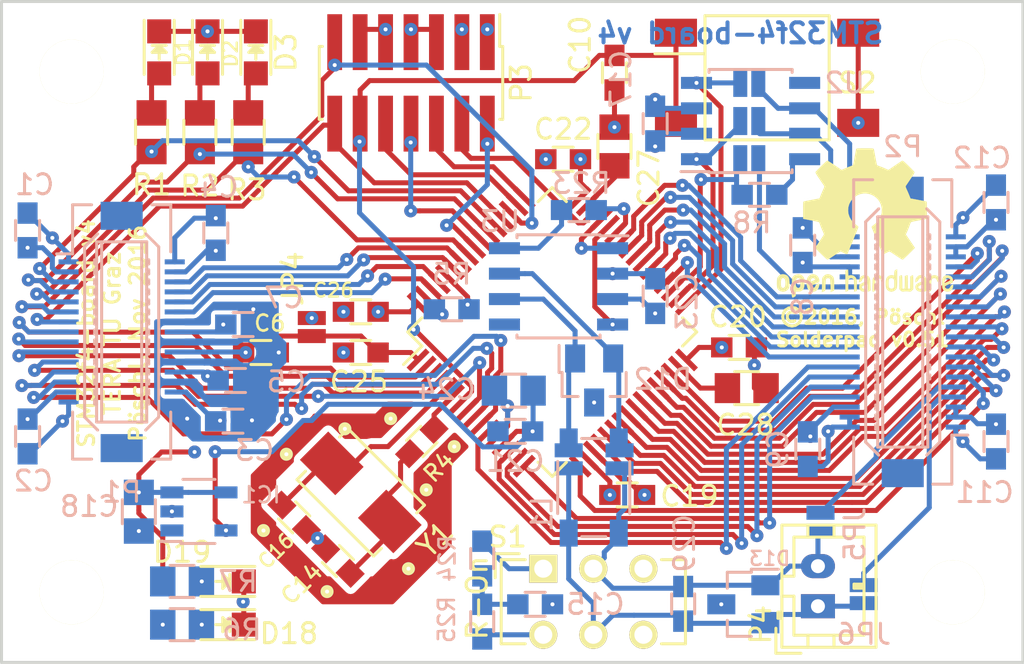
<source format=kicad_pcb>
(kicad_pcb (version 4) (host pcbnew no-vcs-found-product)
  (title_block (company "TERA TU Graz"))
  (layers (0 F.Cu signal) (1 In1.Cu signal hide) (2 In2.Cu signal hide) (31 B.Cu signal) (34 B.Paste user) (35 F.Paste user) (36 B.SilkS user) (37 F.SilkS user) (38 B.Mask user) (39 F.Mask user) (44 Edge.Cuts user))
  (net 0 "")
  (net 1 /CAN_connect/CAN1/CAN-)
  (net 2 /CAN_connect/CAN1/CAN+)
  (net 3 GND)
  (net 4 /CAN_connect/CAN1_L)
  (net 5 /CAN_connect/CAN1_H)
  (net 6 "Net-(R25-Pad1)")
  (net 7 "Net-(C15-Pad1)")
  (net 8 "/PC12(LED3)")
  (net 9 "Net-(D1-Pad2)")
  (net 10 "/PD2(LED2)")
  (net 11 "Net-(D2-Pad2)")
  (net 12 "/PB5(LED1)")
  (net 13 "Net-(D3-Pad2)")
  (net 14 +3V3)
  (net 15 "Net-(D18-Pad2)")
  (net 16 +5V)
  (net 17 "Net-(D19-Pad2)")
  (net 18 "Net-(R23-Pad1)")
  (net 19 /PA10/CAN1_RS)
  (net 20 "Net-(R24-Pad1)")
  (net 21 "Net-(R4-Pad1)")
  (net 22 "Net-(C14-Pad1)")
  (net 23 "Net-(R5-Pad1)")
  (net 24 "Net-(C28-Pad2)")
  (net 25 VDDA)
  (net 26 "Net-(C27-Pad2)")
  (net 27 "Net-(C16-Pad1)")
  (net 28 /~RST)
  (net 29 VBAT)
  (net 30 /PB13/CAN2_TX)
  (net 31 /CAN2-H_OR_PB13)
  (net 32 /PB12/CAN2_RX)
  (net 33 /CAN2-L_OR_PB12)
  (net 34 /PB14/CAN2_RS)
  (net 35 /CAN2_RS_OR_PB14)
  (net 36 /PC13)
  (net 37 /PC14)
  (net 38 /PC15)
  (net 39 /PC0)
  (net 40 /PC1)
  (net 41 /PC2)
  (net 42 /PC3)
  (net 43 /PA0)
  (net 44 /PA1)
  (net 45 /PA2)
  (net 46 /PA3)
  (net 47 /PA4)
  (net 48 /PA5)
  (net 49 /PA6)
  (net 50 /PA7)
  (net 51 /PC4)
  (net 52 /PC5)
  (net 53 /PB0)
  (net 54 /PB1)
  (net 55 /PB2)
  (net 56 /PB10)
  (net 57 /PB11)
  (net 58 /PB15)
  (net 59 /PC6)
  (net 60 /PC7)
  (net 61 /PC8)
  (net 62 /PC9)
  (net 63 /PA8)
  (net 64 /PA9)
  (net 65 /CAN_connect/CAN1_RX)
  (net 66 /CAN_connect/CAN1_TX)
  (net 67 /JTMS)
  (net 68 /JTCK)
  (net 69 /JTDI)
  (net 70 /DebugTXD)
  (net 71 /DebugRXD)
  (net 72 /JTDO)
  (net 73 /~JTRST)
  (net 74 /PB6)
  (net 75 /PB7)
  (net 76 /PB8)
  (net 77 /PB9)
  (net 78 "Net-(U2-Pad5)")
  (net 79 "Net-(U3-Pad5)")
  (net 80 /CAN1-H_opt)
  (net 81 /CAN1-L_opt)
  (net 82 "Net-(R8-Pad1)")
  (net 83 "Net-(S1-Pad3)")
  (net 84 "Net-(S1-Pad6)")
  (module tera_rlc:C_0603in (layer F.Cu) (at 141.33 125.772 180)
    (fp_text reference C20)
    (fp_text value 100n)
    (fp_text user %R (at 0.0635 1.524 180) (layer F.SilkS))
    (pad 1 smd rect (at -0.865 0 180) (size 1.07 1) (layers F.Cu F.Paste F.Mask) (net 3 GND))
    (pad 2 smd rect (at 0.865 0 180) (size 1.07 1) (layers F.Cu F.Paste F.Mask) (net 14 +3V3))
  )
  (module tera_rlc:C_0603in (layer B.Cu) (at 130.154 129.963)
    (fp_text reference C21)
    (fp_text value 100n)
    (fp_text user %R (at 0 1.5) (layer B.SilkS) (effects (justify mirror)))
    (pad 1 smd rect (at -0.865 0) (size 1.07 1) (layers B.Cu B.Paste B.Mask) (net 3 GND))
    (pad 2 smd rect (at 0.865 0) (size 1.07 1) (layers B.Cu B.Paste B.Mask) (net 25 VDDA))
  )
  (module tera_rlc:C_0603in (layer F.Cu) (at 132.543 116.374)
    (fp_text reference C22)
    (fp_text value 100n)
    (fp_text user %R (at 0 -1.5) (layer F.SilkS))
    (pad 1 smd rect (at -0.865 0) (size 1.07 1) (layers F.Cu F.Paste F.Mask) (net 3 GND))
    (pad 2 smd rect (at 0.865 0) (size 1.07 1) (layers F.Cu F.Paste F.Mask) (net 14 +3V3))
  )
  (module Mounting_Holes:MountingHole_3.2mm_M3 (layer F.Cu) (at 152 112)
    (fp_text reference REF** hide)
    (fp_text value MountingHole_3.2mm_M3 hide)
    (pad 1 np_thru_hole circle (at 0 0) (size 3.2 3.2) (drill 3.2) (layers *.Cu *.Mask F.SilkS))
  )
  (module Mounting_Holes:MountingHole_3.2mm_M3 (layer F.Cu) (at 152 138)
    (fp_text reference REF** hide)
    (fp_text value MountingHole_3.2mm_M3 hide)
    (pad 1 np_thru_hole circle (at 0 0) (size 3.2 3.2) (drill 3.2) (layers *.Cu *.Mask F.SilkS))
  )
  (module Mounting_Holes:MountingHole_3.2mm_M3 (layer F.Cu) (at 108 138)
    (fp_text reference REF** hide)
    (fp_text value MountingHole_3.2mm_M3 hide)
    (pad 1 np_thru_hole circle (at 0 0) (size 3.2 3.2) (drill 3.2) (layers *.Cu *.Mask F.SilkS))
  )
  (module Mounting_Holes:MountingHole_3.2mm_M3 (layer F.Cu) (at 108 112)
    (fp_text reference REF** hide)
    (fp_text value MountingHole_3.2mm_M3 hide)
    (pad 1 np_thru_hole circle (at 0 0) (size 3.2 3.2) (drill 3.2) (layers *.Cu *.Mask F.SilkS))
  )
  (module tera_sot:SOT-23 (layer B.Cu) (at 134.091 127.423)
    (fp_text reference D12)
    (fp_text value SUPPRESSOR)
    (fp_text user %R (at 3.429 -0.0635) (layer B.SilkS) (effects (justify mirror)))
    (pad 1 smd rect (at -0.95 -1.1) (size 1 1.4) (layers B.Cu B.Paste B.Mask) (net 1 /CAN_connect/CAN1/CAN-))
    (pad 2 smd rect (at 0.95 -1.1) (size 1 1.4) (layers B.Cu B.Paste B.Mask) (net 2 /CAN_connect/CAN1/CAN+))
    (pad 3 smd rect (at 0 1.1) (size 1 1.4) (layers B.Cu B.Paste B.Mask) (net 3 GND))
  )
  (module tera_sot:SOT-23 (layer B.Cu) (at 141.541 138.599 270)
    (fp_text reference D13)
    (fp_text value SUPPRESSOR)
    (fp_text user %R (at -2.286 -1.313) (layer B.SilkS) (effects (font (size 0.7 0.7) (thickness 0.12)) (justify mirror)))
    (pad 1 smd rect (at -0.95 -1.1 270) (size 1 1.4) (layers B.Cu B.Paste B.Mask) (net 5 /CAN_connect/CAN1_H))
    (pad 2 smd rect (at 0.95 -1.1 270) (size 1 1.4) (layers B.Cu B.Paste B.Mask) (net 4 /CAN_connect/CAN1_L))
    (pad 3 smd rect (at 0 1.1 270) (size 1 1.4) (layers B.Cu B.Paste B.Mask) (net 3 GND))
  )
  (module tera_rlc:R_0805in (layer F.Cu) (at 111.993 115.028 90)
    (fp_text reference R1)
    (fp_text value 3k3)
    (fp_text user %R (at -2.616 0 180) (layer F.SilkS))
    (pad 1 smd rect (at -0.965 0 90) (size 1.27 1.5) (layers F.Cu F.Paste F.Mask) (net 8 "/PC12(LED3)"))
    (pad 2 smd rect (at 0.965 0 90) (size 1.27 1.5) (layers F.Cu F.Paste F.Mask) (net 9 "Net-(D1-Pad2)"))
  )
  (module tera_rlc:R_0805in (layer F.Cu) (at 114.406 115.028 90)
    (fp_text reference R2)
    (fp_text value 3k3)
    (fp_text user %R (at -2.6795 0 180) (layer F.SilkS))
    (pad 1 smd rect (at -0.965 0 90) (size 1.27 1.5) (layers F.Cu F.Paste F.Mask) (net 10 "/PD2(LED2)"))
    (pad 2 smd rect (at 0.965 0 90) (size 1.27 1.5) (layers F.Cu F.Paste F.Mask) (net 11 "Net-(D2-Pad2)"))
  )
  (module tera_rlc:R_0805in (layer F.Cu) (at 116.819 115.028 90)
    (fp_text reference R3)
    (fp_text value 3k3)
    (fp_text user %R (at -2.87 -0.0635 180) (layer F.SilkS))
    (pad 1 smd rect (at -0.965 0 90) (size 1.27 1.5) (layers F.Cu F.Paste F.Mask) (net 12 "/PB5(LED1)"))
    (pad 2 smd rect (at 0.965 0 90) (size 1.27 1.5) (layers F.Cu F.Paste F.Mask) (net 13 "Net-(D3-Pad2)"))
  )
  (module tera_rlc:R_0805in (layer B.Cu) (at 113.517 139.615)
    (fp_text reference R6)
    (fp_text value 3k3)
    (fp_text user %R (at 2.9845 0.254) (layer B.SilkS) (effects (justify mirror)))
    (pad 1 smd rect (at -0.965 0) (size 1.27 1.5) (layers B.Cu B.Paste B.Mask) (net 14 +3V3))
    (pad 2 smd rect (at 0.965 0) (size 1.27 1.5) (layers B.Cu B.Paste B.Mask) (net 15 "Net-(D18-Pad2)"))
  )
  (module tera_rlc:R_0805in (layer B.Cu) (at 113.517 137.456)
    (fp_text reference R7)
    (fp_text value 5k6)
    (fp_text user %R (at 2.794 0) (layer B.SilkS) (effects (justify mirror)))
    (pad 1 smd rect (at -0.965 0) (size 1.27 1.5) (layers B.Cu B.Paste B.Mask) (net 16 +5V))
    (pad 2 smd rect (at 0.965 0) (size 1.27 1.5) (layers B.Cu B.Paste B.Mask) (net 17 "Net-(D19-Pad2)"))
  )
  (module tera_rlc:R_0603in (layer F.Cu) (at 125.487 130.471 225)
    (fp_text reference R4)
    (fp_text value 0R)
    (fp_text user %R (at 0.292035 -1.504016 225) (layer F.SilkS) (effects (font (size 0.8 0.8) (thickness 0.13))))
    (pad 1 smd rect (at -0.865 0 225) (size 1.07 1) (layers F.Cu F.Paste F.Mask) (net 21 "Net-(R4-Pad1)"))
    (pad 2 smd rect (at 0.865 0 225) (size 1.07 1) (layers F.Cu F.Paste F.Mask) (net 22 "Net-(C14-Pad1)"))
  )
  (module tera_rlc:R_0603in (layer B.Cu) (at 126.979 123.867 180)
    (fp_text reference R5)
    (fp_text value 10k)
    (fp_text user %R (at 0 1.75 180) (layer B.SilkS) (effects (justify mirror)))
    (pad 1 smd rect (at -0.865 0 180) (size 1.07 1) (layers B.Cu B.Paste B.Mask) (net 23 "Net-(R5-Pad1)"))
    (pad 2 smd rect (at 0.865 0 180) (size 1.07 1) (layers B.Cu B.Paste B.Mask) (net 3 GND))
  )
  (module tera_rlc:L_ACT45B-XXX-2P_common-mode-choke (layer B.Cu) (at 134.071 132.768 90)
    (fp_text reference L1)
    (fp_text value CM_CHOKE)
    (fp_text user %R (at -1.3225 -2.5835 270) (layer B.SilkS) (effects (justify mirror)))
    (pad 4 smd rect (at -2.275 1.25 90) (size 1.35 0.9) (layers B.Cu B.Paste B.Mask) (net 5 /CAN_connect/CAN1_H))
    (pad 3 smd rect (at 2.275 1.25 90) (size 1.35 0.9) (layers B.Cu B.Paste B.Mask) (net 2 /CAN_connect/CAN1/CAN+))
    (pad 2 smd rect (at 2.275 -1.25 90) (size 1.35 0.9) (layers B.Cu B.Paste B.Mask) (net 1 /CAN_connect/CAN1/CAN-))
    (pad 1 smd rect (at -2.275 -1.25 90) (size 1.35 0.9) (layers B.Cu B.Paste B.Mask) (net 4 /CAN_connect/CAN1_L))
  )
  (module tera_rlc:C_0805in (layer F.Cu) (at 141.711 127.804 180)
    (fp_text reference C28)
    (fp_text value 2u2)
    (fp_text user %R (at 0.0635 -1.8415 180) (layer F.SilkS))
    (pad 1 smd rect (at -0.965 0 180) (size 1.27 1.5) (layers F.Cu F.Paste F.Mask) (net 3 GND))
    (pad 2 smd rect (at 0.965 0 180) (size 1.27 1.5) (layers F.Cu F.Paste F.Mask) (net 24 "Net-(C28-Pad2)"))
  )
  (module tera_rlc:C_0805in (layer B.Cu) (at 130.078 127.931)
    (fp_text reference C24)
    (fp_text value 1u)
    (fp_text user %R (at -3.353 -0.0635) (layer B.SilkS) (effects (justify mirror)))
    (pad 1 smd rect (at -0.965 0) (size 1.27 1.5) (layers B.Cu B.Paste B.Mask) (net 3 GND))
    (pad 2 smd rect (at 0.965 0) (size 1.27 1.5) (layers B.Cu B.Paste B.Mask) (net 25 VDDA))
  )
  (module tera_rlc:C_0805in (layer F.Cu) (at 135.107 115.739 270)
    (fp_text reference C27)
    (fp_text value 2u2)
    (fp_text user %R (at 1.5875 -1.7145 270) (layer F.SilkS))
    (pad 1 smd rect (at -0.965 0 270) (size 1.27 1.5) (layers F.Cu F.Paste F.Mask) (net 3 GND))
    (pad 2 smd rect (at 0.965 0 270) (size 1.27 1.5) (layers F.Cu F.Paste F.Mask) (net 26 "Net-(C27-Pad2)"))
  )
  (module tera_rlc:C_0805in (layer B.Cu) (at 111.358 133.976 90)
    (fp_text reference C18)
    (fp_text value 2u2)
    (fp_text user %R (at 0.2665 -2.4765 180) (layer B.SilkS) (effects (justify mirror)))
    (pad 1 smd rect (at -0.965 0 90) (size 1.27 1.5) (layers B.Cu B.Paste B.Mask) (net 3 GND))
    (pad 2 smd rect (at 0.965 0 90) (size 1.27 1.5) (layers B.Cu B.Paste B.Mask) (net 16 +5V))
  )
  (module tera_rlc:C_0603in (layer B.Cu) (at 137.139 114.596 270)
    (fp_text reference C17)
    (fp_text value 100n)
    (fp_text user %R (at -2.2225 1.7145 270) (layer B.SilkS) (effects (justify mirror)))
    (pad 1 smd rect (at -0.865 0 270) (size 1.07 1) (layers B.Cu B.Paste B.Mask) (net 14 +3V3))
    (pad 2 smd rect (at 0.865 0 270) (size 1.07 1) (layers B.Cu B.Paste B.Mask) (net 3 GND))
  )
  (module tera_rlc:C_0603in (layer B.Cu) (at 154.157 118.533 90)
    (fp_text reference C12)
    (fp_text value 100n)
    (fp_text user %R (at 2.2225 -0.6985 180) (layer B.SilkS) (effects (justify mirror)))
    (pad 1 smd rect (at -0.865 0 90) (size 1.07 1) (layers B.Cu B.Paste B.Mask) (net 14 +3V3))
    (pad 2 smd rect (at 0.865 0 90) (size 1.07 1) (layers B.Cu B.Paste B.Mask) (net 3 GND))
  )
  (module tera_rlc:C_0603in (layer F.Cu) (at 121.296 136.44 135)
    (fp_text reference C14)
    (fp_text value 10p)
    (fp_text user %R (at 0.47164 -2.088086 225) (layer F.SilkS) (effects (font (size 0.8 0.8) (thickness 0.13))))
    (pad 1 smd rect (at -0.865 0 135) (size 1.07 1) (layers F.Cu F.Paste F.Mask) (net 22 "Net-(C14-Pad1)"))
    (pad 2 smd rect (at 0.865 0 135) (size 1.07 1) (layers F.Cu F.Paste F.Mask) (net 3 GND))
  )
  (module tera_rlc:C_0603in (layer F.Cu) (at 119.113647 134.257647 315)
    (fp_text reference C16)
    (fp_text value 10p)
    (fp_text user %R (at 0.549214 1.818679 45) (layer F.SilkS) (effects (font (size 0.7 0.7) (thickness 0.12))))
    (pad 1 smd rect (at -0.865 0 315) (size 1.07 1) (layers F.Cu F.Paste F.Mask) (net 27 "Net-(C16-Pad1)"))
    (pad 2 smd rect (at 0.865 0 315) (size 1.07 1) (layers F.Cu F.Paste F.Mask) (net 3 GND))
  )
  (module tera_rlc:C_0603in (layer F.Cu) (at 135.742 133.138)
    (fp_text reference C19)
    (fp_text value 100n)
    (fp_text user %R (at 3.1115 0.0635) (layer F.SilkS))
    (pad 1 smd rect (at -0.865 0) (size 1.07 1) (layers F.Cu F.Paste F.Mask) (net 3 GND))
    (pad 2 smd rect (at 0.865 0) (size 1.07 1) (layers F.Cu F.Paste F.Mask) (net 14 +3V3))
  )
  (module tera_rlc:C_0603in (layer B.Cu) (at 137.139 123.208 90)
    (fp_text reference C23)
    (fp_text value 100n)
    (fp_text user %R (at -0.278 1.5875 90) (layer B.SilkS) (effects (justify mirror)))
    (pad 1 smd rect (at -0.865 0 90) (size 1.07 1) (layers B.Cu B.Paste B.Mask) (net 14 +3V3))
    (pad 2 smd rect (at 0.865 0 90) (size 1.07 1) (layers B.Cu B.Paste B.Mask) (net 3 GND))
  )
  (module tera_rlc:C_0603in (layer B.Cu) (at 154.157 130.471 270)
    (fp_text reference C11)
    (fp_text value 100n)
    (fp_text user %R (at 2.54 0.5715) (layer B.SilkS) (effects (justify mirror)))
    (pad 1 smd rect (at -0.865 0 270) (size 1.07 1) (layers B.Cu B.Paste B.Mask) (net 14 +3V3))
    (pad 2 smd rect (at 0.865 0 270) (size 1.07 1) (layers B.Cu B.Paste B.Mask) (net 3 GND))
  )
  (module tera_rlc:C_0603in (layer F.Cu) (at 135.107 112.056 270)
    (fp_text reference C10)
    (fp_text value 100n)
    (fp_text user %R (at -1.397 1.7145 270) (layer F.SilkS))
    (pad 1 smd rect (at -0.865 0 270) (size 1.07 1) (layers F.Cu F.Paste F.Mask) (net 28 /~RST))
    (pad 2 smd rect (at 0.865 0 270) (size 1.07 1) (layers F.Cu F.Paste F.Mask) (net 3 GND))
  )
  (module tera_rlc:C_0603in (layer B.Cu) (at 144.505 120.668 90)
    (fp_text reference C8)
    (fp_text value 100n)
    (fp_text user %R (at -2.564 0 90) (layer B.SilkS) (effects (justify mirror)))
    (pad 1 smd rect (at -0.865 0 90) (size 1.07 1) (layers B.Cu B.Paste B.Mask) (net 14 +3V3))
    (pad 2 smd rect (at 0.865 0 90) (size 1.07 1) (layers B.Cu B.Paste B.Mask) (net 3 GND))
  )
  (module tera_rlc:C_0603in (layer B.Cu) (at 116.565 124.629)
    (fp_text reference C7)
    (fp_text value 100n)
    (fp_text user %R (at 2.032 -1.3335) (layer B.SilkS) (effects (justify mirror)))
    (pad 1 smd rect (at -0.865 0) (size 1.07 1) (layers B.Cu B.Paste B.Mask) (net 14 +3V3))
    (pad 2 smd rect (at 0.865 0) (size 1.07 1) (layers B.Cu B.Paste B.Mask) (net 3 GND))
  )
  (module tera_rlc:C_0603in (layer F.Cu) (at 117.454 126.026)
    (fp_text reference C6)
    (fp_text value 100n)
    (fp_text user %R (at 0.4445 -1.4605) (layer F.SilkS) (effects (font (size 0.8 0.8) (thickness 0.13))))
    (pad 1 smd rect (at -0.865 0) (size 1.07 1) (layers F.Cu F.Paste F.Mask) (net 29 VBAT))
    (pad 2 smd rect (at 0.865 0) (size 1.07 1) (layers F.Cu F.Paste F.Mask) (net 3 GND))
  )
  (module tera_rlc:C_0603in (layer B.Cu) (at 116.184 127.423)
    (fp_text reference C5)
    (fp_text value 100n)
    (fp_text user %R (at 2.54 0.0635) (layer B.SilkS) (effects (justify mirror)))
    (pad 1 smd rect (at -0.865 0) (size 1.07 1) (layers B.Cu B.Paste B.Mask) (net 16 +5V))
    (pad 2 smd rect (at 0.865 0) (size 1.07 1) (layers B.Cu B.Paste B.Mask) (net 3 GND))
  )
  (module tera_rlc:C_0603in (layer B.Cu) (at 115.2 120.057 90)
    (fp_text reference C4)
    (fp_text value 100n)
    (fp_text user %R (at 2.286 0.1585 180) (layer B.SilkS) (effects (justify mirror)))
    (pad 1 smd rect (at -0.865 0 90) (size 1.07 1) (layers B.Cu B.Paste B.Mask) (net 14 +3V3))
    (pad 2 smd rect (at 0.865 0 90) (size 1.07 1) (layers B.Cu B.Paste B.Mask) (net 3 GND))
  )
  (module tera_rlc:C_0603in (layer B.Cu) (at 116.057 129.455)
    (fp_text reference C3)
    (fp_text value 100n)
    (fp_text user %R (at 1.0795 1.4605) (layer B.SilkS) (effects (justify mirror)))
    (pad 1 smd rect (at -0.865 0) (size 1.07 1) (layers B.Cu B.Paste B.Mask) (net 25 VDDA))
    (pad 2 smd rect (at 0.865 0) (size 1.07 1) (layers B.Cu B.Paste B.Mask) (net 3 GND))
  )
  (module tera_rlc:C_0603in (layer F.Cu) (at 122.439 126.026)
    (fp_text reference C25)
    (fp_text value 100n)
    (fp_text user %R (at -0.0955 1.4605) (layer F.SilkS))
    (pad 1 smd rect (at -0.865 0) (size 1.07 1) (layers F.Cu F.Paste F.Mask) (net 3 GND))
    (pad 2 smd rect (at 0.865 0) (size 1.07 1) (layers F.Cu F.Paste F.Mask) (net 29 VBAT))
  )
  (module tera_rlc:C_0603in (layer F.Cu) (at 122.439 123.994)
    (fp_text reference C26)
    (fp_text value 100n)
    (fp_text user %R (at -1.3655 -1.0795) (layer F.SilkS) (effects (font (size 0.7 0.7) (thickness 0.12))))
    (pad 1 smd rect (at -0.865 0) (size 1.07 1) (layers F.Cu F.Paste F.Mask) (net 3 GND))
    (pad 2 smd rect (at 0.865 0) (size 1.07 1) (layers F.Cu F.Paste F.Mask) (net 14 +3V3))
  )
  (module tera_rlc:C_0603in (layer B.Cu) (at 105.802 119.93 90)
    (fp_text reference C1)
    (fp_text value 100n)
    (fp_text user %R (at 2.286 0.349 180) (layer B.SilkS) (effects (justify mirror)))
    (pad 1 smd rect (at -0.865 0 90) (size 1.07 1) (layers B.Cu B.Paste B.Mask) (net 14 +3V3))
    (pad 2 smd rect (at 0.865 0 90) (size 1.07 1) (layers B.Cu B.Paste B.Mask) (net 3 GND))
  )
  (module tera_rlc:C_0603in (layer B.Cu) (at 105.802 130.217 270)
    (fp_text reference C2)
    (fp_text value 100n)
    (fp_text user %R (at 2.2225 -0.2855) (layer B.SilkS) (effects (justify mirror)))
    (pad 1 smd rect (at -0.865 0 270) (size 1.07 1) (layers B.Cu B.Paste B.Mask) (net 14 +3V3))
    (pad 2 smd rect (at 0.865 0 270) (size 1.07 1) (layers B.Cu B.Paste B.Mask) (net 3 GND))
  )
  (module tera_rlc:C_0603in (layer B.Cu) (at 144.759 130.852 270)
    (fp_text reference C9)
    (fp_text value 100n)
    (fp_text user %R (at 0 1.5 270) (layer B.SilkS) (effects (justify mirror)))
    (pad 1 smd rect (at -0.865 0 270) (size 1.07 1) (layers B.Cu B.Paste B.Mask) (net 14 +3V3))
    (pad 2 smd rect (at 0.865 0 270) (size 1.07 1) (layers B.Cu B.Paste B.Mask) (net 3 GND))
  )
  (module tera_general:SOLDERJUMPER_2 (layer B.Cu) (at 135.361 131.36 180)
    (fp_text reference JP8 hide)
    (fp_text value Jumper_NO_Small hide)
    (pad 1 smd rect (at 0 0.45 180) (size 1.4 0.7) (layers B.Cu B.Paste B.Mask) (net 2 /CAN_connect/CAN1/CAN+))
    (pad 2 smd rect (at 0 -0.45 180) (size 1.4 0.7) (layers B.Cu B.Paste B.Mask) (net 5 /CAN_connect/CAN1_H))
  )
  (module tera_general:SOLDERJUMPER_2 (layer B.Cu) (at 141.838 114.469 270)
    (fp_text reference JP1 hide)
    (fp_text value No_Can2 hide)
    (pad 1 smd rect (at 0 0.45 270) (size 1.4 0.7) (layers B.Cu B.Paste B.Mask) (net 30 /PB13/CAN2_TX))
    (pad 2 smd rect (at 0 -0.45 270) (size 1.4 0.7) (layers B.Cu B.Paste B.Mask) (net 31 /CAN2-H_OR_PB13))
  )
  (module tera_general:SOLDERJUMPER_2 (layer B.Cu) (at 141.838 112.564 270)
    (fp_text reference JP2 hide)
    (fp_text value No_Can2 hide)
    (pad 1 smd rect (at 0 0.45 270) (size 1.4 0.7) (layers B.Cu B.Paste B.Mask) (net 32 /PB12/CAN2_RX))
    (pad 2 smd rect (at 0 -0.45 270) (size 1.4 0.7) (layers B.Cu B.Paste B.Mask) (net 33 /CAN2-L_OR_PB12))
  )
  (module tera_general:SOLDERJUMPER_2 (layer B.Cu) (at 141.838 116.374 270)
    (fp_text reference JP3 hide)
    (fp_text value No_Can2 hide)
    (pad 1 smd rect (at 0 0.45 270) (size 1.4 0.7) (layers B.Cu B.Paste B.Mask) (net 34 /PB14/CAN2_RS))
    (pad 2 smd rect (at 0 -0.45 270) (size 1.4 0.7) (layers B.Cu B.Paste B.Mask) (net 35 /CAN2_RS_OR_PB14))
  )
  (module tera_general:SOLDERJUMPER_2 (layer F.Cu) (at 119.994 124.756)
    (fp_text reference JP4)
    (fp_text value No_vbat)
    (fp_text user %R (at -0.9525 -2.413 90) (layer F.SilkS))
    (pad 1 smd rect (at 0 -0.45) (size 1.4 0.7) (layers F.Cu F.Paste F.Mask) (net 14 +3V3))
    (pad 2 smd rect (at 0 0.45) (size 1.4 0.7) (layers F.Cu F.Paste F.Mask) (net 29 VBAT))
  )
  (module tera_general:SOLDERJUMPER_2 (layer B.Cu) (at 132.821 131.36 180)
    (fp_text reference JP7 hide)
    (fp_text value Jumper_NO_Small hide)
    (pad 1 smd rect (at 0 0.45 180) (size 1.4 0.7) (layers B.Cu B.Paste B.Mask) (net 1 /CAN_connect/CAN1/CAN-))
    (pad 2 smd rect (at 0 -0.45 180) (size 1.4 0.7) (layers B.Cu B.Paste B.Mask) (net 4 /CAN_connect/CAN1_L))
  )
  (module tera_diodes:LED_0805 (layer F.Cu) (at 115.549 137.456 180)
    (fp_text reference D19)
    (fp_text value 5v_ok)
    (fp_text user %R (at 2.032 1.4605 180) (layer F.SilkS))
    (pad 2 smd rect (at 1.04902 0) (size 1.19888 1.19888) (layers F.Cu F.Paste F.Mask) (net 17 "Net-(D19-Pad2)"))
    (pad 1 smd rect (at -1.04902 0) (size 1.19888 1.19888) (layers F.Cu F.Paste F.Mask) (net 3 GND))
  )
  (module tera_diodes:LED_0805 (layer F.Cu) (at 115.549 139.615 180)
    (fp_text reference D18)
    (fp_text value 3v3_ok)
    (fp_text user %R (at -3.302 -0.4445 180) (layer F.SilkS))
    (pad 2 smd rect (at 1.04902 0) (size 1.19888 1.19888) (layers F.Cu F.Paste F.Mask) (net 15 "Net-(D18-Pad2)"))
    (pad 1 smd rect (at -1.04902 0) (size 1.19888 1.19888) (layers F.Cu F.Paste F.Mask) (net 3 GND))
  )
  (module tera_diodes:LED_0805 (layer F.Cu) (at 117.2 111.04 270)
    (fp_text reference D3)
    (fp_text value LED1)
    (fp_text user %R (at 0 -1.5 270) (layer F.SilkS))
    (pad 2 smd rect (at 1.04902 0 90) (size 1.19888 1.19888) (layers F.Cu F.Paste F.Mask) (net 13 "Net-(D3-Pad2)"))
    (pad 1 smd rect (at -1.04902 0 90) (size 1.19888 1.19888) (layers F.Cu F.Paste F.Mask) (net 3 GND))
  )
  (module tera_diodes:LED_0805 (layer F.Cu) (at 114.787 111.04 270)
    (fp_text reference D2)
    (fp_text value LED2)
    (fp_text user %R (at 0.0635 -1.143 270) (layer F.SilkS) (effects (font (size 0.7 0.7) (thickness 0.12))))
    (pad 2 smd rect (at 1.04902 0 90) (size 1.19888 1.19888) (layers F.Cu F.Paste F.Mask) (net 11 "Net-(D2-Pad2)"))
    (pad 1 smd rect (at -1.04902 0 90) (size 1.19888 1.19888) (layers F.Cu F.Paste F.Mask) (net 3 GND))
  )
  (module tera_diodes:LED_0805 (layer F.Cu) (at 112.374 111.04 270)
    (fp_text reference D1)
    (fp_text value LED3)
    (fp_text user %R (at 0 -1.2065 270) (layer F.SilkS) (effects (font (size 0.7 0.7) (thickness 0.12))))
    (pad 2 smd rect (at 1.04902 0 90) (size 1.19888 1.19888) (layers F.Cu F.Paste F.Mask) (net 9 "Net-(D1-Pad2)"))
    (pad 1 smd rect (at -1.04902 0 90) (size 1.19888 1.19888) (layers F.Cu F.Paste F.Mask) (net 3 GND))
  )
  (module tera_atomic_ic:SN65HVD230 (layer B.Cu) (at 141.903 114.469)
    (fp_text reference U2)
    (fp_text value SN65HVD230)
    (fp_text user %R (at 4.6975 -1.905) (layer B.SilkS) (effects (justify mirror)))
    (pad 1 smd rect (at -2.7 1.905) (size 1.55 0.6) (layers B.Cu B.Paste B.Mask) (net 30 /PB13/CAN2_TX))
    (pad 2 smd rect (at -2.7 0.635) (size 1.55 0.6) (layers B.Cu B.Paste B.Mask) (net 3 GND))
    (pad 3 smd rect (at -2.7 -0.635) (size 1.55 0.6) (layers B.Cu B.Paste B.Mask) (net 14 +3V3))
    (pad 4 smd rect (at -2.7 -1.905) (size 1.55 0.6) (layers B.Cu B.Paste B.Mask) (net 32 /PB12/CAN2_RX))
    (pad 5 smd rect (at 2.7 -1.905) (size 1.55 0.6) (layers B.Cu B.Paste B.Mask) (net 78 "Net-(U2-Pad5)"))
    (pad 6 smd rect (at 2.7 -0.635) (size 1.55 0.6) (layers B.Cu B.Paste B.Mask) (net 33 /CAN2-L_OR_PB12))
    (pad 7 smd rect (at 2.7 0.635) (size 1.55 0.6) (layers B.Cu B.Paste B.Mask) (net 31 /CAN2-H_OR_PB13))
    (pad 8 smd rect (at 2.7 1.905) (size 1.55 0.6) (layers B.Cu B.Paste B.Mask) (net 82 "Net-(R8-Pad1)"))
  )
  (module tera_atomic_ic:SN65HVD230 (layer B.Cu) (at 132.313 122.724 180)
    (fp_text reference U3)
    (fp_text value SN65HVD230)
    (fp_text user %R (at 2.921 3.2385 180) (layer B.SilkS) (effects (justify mirror)))
    (pad 1 smd rect (at -2.7 1.905 180) (size 1.55 0.6) (layers B.Cu B.Paste B.Mask) (net 66 /CAN_connect/CAN1_TX))
    (pad 2 smd rect (at -2.7 0.635 180) (size 1.55 0.6) (layers B.Cu B.Paste B.Mask) (net 3 GND))
    (pad 3 smd rect (at -2.7 -0.635 180) (size 1.55 0.6) (layers B.Cu B.Paste B.Mask) (net 14 +3V3))
    (pad 4 smd rect (at -2.7 -1.905 180) (size 1.55 0.6) (layers B.Cu B.Paste B.Mask) (net 65 /CAN_connect/CAN1_RX))
    (pad 5 smd rect (at 2.7 -1.905 180) (size 1.55 0.6) (layers B.Cu B.Paste B.Mask) (net 79 "Net-(U3-Pad5)"))
    (pad 6 smd rect (at 2.7 -0.635 180) (size 1.55 0.6) (layers B.Cu B.Paste B.Mask) (net 1 /CAN_connect/CAN1/CAN-))
    (pad 7 smd rect (at 2.7 0.635 180) (size 1.55 0.6) (layers B.Cu B.Paste B.Mask) (net 2 /CAN_connect/CAN1/CAN+))
    (pad 8 smd rect (at 2.7 1.905 180) (size 1.55 0.6) (layers B.Cu B.Paste B.Mask) (net 18 "Net-(R23-Pad1)"))
  )
  (module tera_atomic_ic:LM4132A (layer B.Cu) (at 114.359 133.961)
    (fp_text reference IC1)
    (fp_text value LM4132A-3.3)
    (fp_text user %R (at 3.095 -0.823) (layer B.SilkS) (effects (font (size 0.8 0.8) (thickness 0.13)) (justify mirror)))
    (pad 1 smd rect (at -1.35 0.95) (size 1.15 0.6) (layers B.Cu B.Paste B.Mask))
    (pad 2 smd rect (at -1.35 0) (size 1.15 0.6) (layers B.Cu B.Paste B.Mask) (net 3 GND))
    (pad 3 smd rect (at -1.35 -0.95) (size 1.15 0.6) (layers B.Cu B.Paste B.Mask) (net 16 +5V))
    (pad 4 smd rect (at 1.35 -0.95) (size 1.15 0.6) (layers B.Cu B.Paste B.Mask) (net 16 +5V))
    (pad 5 smd rect (at 1.35 0.95) (size 1.15 0.6) (layers B.Cu B.Paste B.Mask) (net 25 VDDA))
  )
  (module tera_Connectors_JST:JST_PH_B2B-PH-K_02x2.00mm_Straight (layer F.Cu) (at 145.267 138.694 90)
    (fp_text reference P4)
    (fp_text value CAN_CON_2pol)
    (fp_text user %R (at -0.921 -2.8575 90) (layer F.SilkS))
    (pad 1 thru_hole rect (at 0 0 90) (size 1.2 1.7) (drill 0.7) (layers *.Cu *.Mask) (net 4 /CAN_connect/CAN1_L))
    (pad 2 thru_hole oval (at 2 0 90) (size 1.2 1.7) (drill 0.7) (layers *.Cu *.Mask) (net 5 /CAN_connect/CAN1_H))
  )
  (module tera_rlc:R_0603in (layer B.Cu) (at 138.536 138.575 270)
    (fp_text reference C29)
    (fp_text value 100p)
    (fp_text user %R (at -3.024 -0.0635 270) (layer B.SilkS) (effects (justify mirror)))
    (pad 1 smd rect (at -0.865 0 270) (size 1.07 1) (layers B.Cu B.Paste B.Mask) (net 5 /CAN_connect/CAN1_H))
    (pad 2 smd rect (at 0.865 0 270) (size 1.07 1) (layers B.Cu B.Paste B.Mask) (net 4 /CAN_connect/CAN1_L))
  )
  (module tera_atomic_ic:STM32-F405RGT6 (layer F.Cu) (at 132 125 45)
    (fp_text reference U1)
    (fp_text value STM32-F405RGT6)
    (pad 1 smd rect (at -5.725 -3.75 45) (size 1.35 0.275) (layers F.Cu F.Paste F.Mask) (net 29 VBAT))
    (pad 2 smd rect (at -5.725 -3.25 45) (size 1.35 0.275) (layers F.Cu F.Paste F.Mask) (net 36 /PC13))
    (pad 3 smd rect (at -5.725 -2.75 45) (size 1.35 0.275) (layers F.Cu F.Paste F.Mask) (net 37 /PC14))
    (pad 4 smd rect (at -5.725 -2.25 45) (size 1.35 0.275) (layers F.Cu F.Paste F.Mask) (net 38 /PC15))
    (pad 5 smd rect (at -5.725 -1.75 45) (size 1.35 0.275) (layers F.Cu F.Paste F.Mask) (net 27 "Net-(C16-Pad1)"))
    (pad 6 smd rect (at -5.725 -1.25 45) (size 1.35 0.275) (layers F.Cu F.Paste F.Mask) (net 21 "Net-(R4-Pad1)"))
    (pad 7 smd rect (at -5.725 -0.75 45) (size 1.35 0.275) (layers F.Cu F.Paste F.Mask) (net 28 /~RST))
    (pad 8 smd rect (at -5.725 -0.25 45) (size 1.35 0.275) (layers F.Cu F.Paste F.Mask) (net 39 /PC0))
    (pad 9 smd rect (at -5.725 0.25 45) (size 1.35 0.275) (layers F.Cu F.Paste F.Mask) (net 40 /PC1))
    (pad 10 smd rect (at -5.725 0.75 45) (size 1.35 0.275) (layers F.Cu F.Paste F.Mask) (net 41 /PC2))
    (pad 11 smd rect (at -5.725 1.25 45) (size 1.35 0.275) (layers F.Cu F.Paste F.Mask) (net 42 /PC3))
    (pad 12 smd rect (at -5.725 1.75 45) (size 1.35 0.275) (layers F.Cu F.Paste F.Mask) (net 3 GND))
    (pad 13 smd rect (at -5.725 2.25 45) (size 1.35 0.275) (layers F.Cu F.Paste F.Mask) (net 25 VDDA))
    (pad 14 smd rect (at -5.725 2.75 45) (size 1.35 0.275) (layers F.Cu F.Paste F.Mask) (net 43 /PA0))
    (pad 15 smd rect (at -5.725 3.25 45) (size 1.35 0.275) (layers F.Cu F.Paste F.Mask) (net 44 /PA1))
    (pad 16 smd rect (at -5.725 3.75 45) (size 1.35 0.275) (layers F.Cu F.Paste F.Mask) (net 45 /PA2))
    (pad 17 smd rect (at -3.75 5.725 135) (size 1.35 0.275) (layers F.Cu F.Paste F.Mask) (net 46 /PA3))
    (pad 18 smd rect (at -3.25 5.725 135) (size 1.35 0.275) (layers F.Cu F.Paste F.Mask) (net 3 GND))
    (pad 19 smd rect (at -2.75 5.725 135) (size 1.35 0.275) (layers F.Cu F.Paste F.Mask) (net 14 +3V3))
    (pad 20 smd rect (at -2.25 5.725 135) (size 1.35 0.275) (layers F.Cu F.Paste F.Mask) (net 47 /PA4))
    (pad 21 smd rect (at -1.75 5.725 135) (size 1.35 0.275) (layers F.Cu F.Paste F.Mask) (net 48 /PA5))
    (pad 22 smd rect (at -1.25 5.725 135) (size 1.35 0.275) (layers F.Cu F.Paste F.Mask) (net 49 /PA6))
    (pad 23 smd rect (at -0.75 5.725 135) (size 1.35 0.275) (layers F.Cu F.Paste F.Mask) (net 50 /PA7))
    (pad 24 smd rect (at -0.25 5.725 135) (size 1.35 0.275) (layers F.Cu F.Paste F.Mask) (net 51 /PC4))
    (pad 25 smd rect (at 0.25 5.725 135) (size 1.35 0.275) (layers F.Cu F.Paste F.Mask) (net 52 /PC5))
    (pad 26 smd rect (at 0.75 5.725 135) (size 1.35 0.275) (layers F.Cu F.Paste F.Mask) (net 53 /PB0))
    (pad 27 smd rect (at 1.25 5.725 135) (size 1.35 0.275) (layers F.Cu F.Paste F.Mask) (net 54 /PB1))
    (pad 28 smd rect (at 1.75 5.725 135) (size 1.35 0.275) (layers F.Cu F.Paste F.Mask) (net 55 /PB2))
    (pad 29 smd rect (at 2.25 5.725 135) (size 1.35 0.275) (layers F.Cu F.Paste F.Mask) (net 56 /PB10))
    (pad 30 smd rect (at 2.75 5.725 135) (size 1.35 0.275) (layers F.Cu F.Paste F.Mask) (net 57 /PB11))
    (pad 31 smd rect (at 3.25 5.725 135) (size 1.35 0.275) (layers F.Cu F.Paste F.Mask) (net 24 "Net-(C28-Pad2)"))
    (pad 32 smd rect (at 3.75 5.725 135) (size 1.35 0.275) (layers F.Cu F.Paste F.Mask) (net 14 +3V3))
    (pad 33 smd rect (at 5.725 3.75 45) (size 1.35 0.275) (layers F.Cu F.Paste F.Mask) (net 32 /PB12/CAN2_RX))
    (pad 34 smd rect (at 5.725 3.25 45) (size 1.35 0.275) (layers F.Cu F.Paste F.Mask) (net 30 /PB13/CAN2_TX))
    (pad 35 smd rect (at 5.725 2.75 45) (size 1.35 0.275) (layers F.Cu F.Paste F.Mask) (net 34 /PB14/CAN2_RS))
    (pad 36 smd rect (at 5.725 2.25 45) (size 1.35 0.275) (layers F.Cu F.Paste F.Mask) (net 58 /PB15))
    (pad 37 smd rect (at 5.725 1.75 45) (size 1.35 0.275) (layers F.Cu F.Paste F.Mask) (net 59 /PC6))
    (pad 38 smd rect (at 5.725 1.25 45) (size 1.35 0.275) (layers F.Cu F.Paste F.Mask) (net 60 /PC7))
    (pad 39 smd rect (at 5.725 0.75 45) (size 1.35 0.275) (layers F.Cu F.Paste F.Mask) (net 61 /PC8))
    (pad 40 smd rect (at 5.725 0.25 45) (size 1.35 0.275) (layers F.Cu F.Paste F.Mask) (net 62 /PC9))
    (pad 41 smd rect (at 5.725 -0.25 45) (size 1.35 0.275) (layers F.Cu F.Paste F.Mask) (net 63 /PA8))
    (pad 42 smd rect (at 5.725 -0.75 45) (size 1.35 0.275) (layers F.Cu F.Paste F.Mask) (net 64 /PA9))
    (pad 43 smd rect (at 5.725 -1.25 45) (size 1.35 0.275) (layers F.Cu F.Paste F.Mask) (net 19 /PA10/CAN1_RS))
    (pad 44 smd rect (at 5.725 -1.75 45) (size 1.35 0.275) (layers F.Cu F.Paste F.Mask) (net 65 /CAN_connect/CAN1_RX))
    (pad 45 smd rect (at 5.725 -2.25 45) (size 1.35 0.275) (layers F.Cu F.Paste F.Mask) (net 66 /CAN_connect/CAN1_TX))
    (pad 46 smd rect (at 5.725 -2.75 45) (size 1.35 0.275) (layers F.Cu F.Paste F.Mask) (net 67 /JTMS))
    (pad 47 smd rect (at 5.725 -3.25 45) (size 1.35 0.275) (layers F.Cu F.Paste F.Mask) (net 26 "Net-(C27-Pad2)"))
    (pad 48 smd rect (at 5.725 -3.75 45) (size 1.35 0.275) (layers F.Cu F.Paste F.Mask) (net 14 +3V3))
    (pad 49 smd rect (at 3.75 -5.725 135) (size 1.35 0.275) (layers F.Cu F.Paste F.Mask) (net 68 /JTCK))
    (pad 50 smd rect (at 3.25 -5.725 135) (size 1.35 0.275) (layers F.Cu F.Paste F.Mask) (net 69 /JTDI))
    (pad 51 smd rect (at 2.75 -5.725 135) (size 1.35 0.275) (layers F.Cu F.Paste F.Mask) (net 70 /DebugTXD))
    (pad 52 smd rect (at 2.25 -5.725 135) (size 1.35 0.275) (layers F.Cu F.Paste F.Mask) (net 71 /DebugRXD))
    (pad 53 smd rect (at 1.75 -5.725 135) (size 1.35 0.275) (layers F.Cu F.Paste F.Mask) (net 8 "/PC12(LED3)"))
    (pad 54 smd rect (at 1.25 -5.725 135) (size 1.35 0.275) (layers F.Cu F.Paste F.Mask) (net 10 "/PD2(LED2)"))
    (pad 55 smd rect (at 0.75 -5.725 135) (size 1.35 0.275) (layers F.Cu F.Paste F.Mask) (net 72 /JTDO))
    (pad 56 smd rect (at 0.25 -5.725 135) (size 1.35 0.275) (layers F.Cu F.Paste F.Mask) (net 73 /~JTRST))
    (pad 57 smd rect (at -0.25 -5.725 135) (size 1.35 0.275) (layers F.Cu F.Paste F.Mask) (net 12 "/PB5(LED1)"))
    (pad 58 smd rect (at -0.75 -5.725 135) (size 1.35 0.275) (layers F.Cu F.Paste F.Mask) (net 74 /PB6))
    (pad 59 smd rect (at -1.25 -5.725 135) (size 1.35 0.275) (layers F.Cu F.Paste F.Mask) (net 75 /PB7))
    (pad 60 smd rect (at -1.75 -5.725 135) (size 1.35 0.275) (layers F.Cu F.Paste F.Mask) (net 23 "Net-(R5-Pad1)"))
    (pad 61 smd rect (at -2.25 -5.725 135) (size 1.35 0.275) (layers F.Cu F.Paste F.Mask) (net 76 /PB8))
    (pad 62 smd rect (at -2.75 -5.725 135) (size 1.35 0.275) (layers F.Cu F.Paste F.Mask) (net 77 /PB9))
    (pad 63 smd rect (at -3.25 -5.725 135) (size 1.35 0.275) (layers F.Cu F.Paste F.Mask) (net 3 GND))
    (pad 64 smd rect (at -3.75 -5.725 135) (size 1.35 0.275) (layers F.Cu F.Paste F.Mask) (net 14 +3V3))
  )
  (module tera_general:Quarz_5x3.2mm_2pol (layer F.Cu) (at 122.439 133.011 135)
    (fp_text reference Y1)
    (fp_text value 8MHz)
    (fp_text user %R (at -4.287896 0.965201 225) (layer F.SilkS))
    (pad 1 smd rect (at -2.05 0 135) (size 2.5 2) (layers F.Cu F.Paste F.Mask) (net 22 "Net-(C14-Pad1)"))
    (pad 2 smd rect (at 2.049999 0 135) (size 2.5 2) (layers F.Cu F.Paste F.Mask) (net 27 "Net-(C16-Pad1)"))
  )
  (module tera_general:SOLDERJUMPER_2 (layer B.Cu) (at 145.394 134.477)
    (fp_text reference JP5)
    (fp_text value CAN1_to_bottom)
    (fp_text user %R (at 1.7145 0.6295 90) (layer B.SilkS) (effects (justify mirror)))
    (pad 1 smd rect (at 0 0.45) (size 1.4 0.7) (layers B.Cu B.Paste B.Mask) (net 5 /CAN_connect/CAN1_H))
    (pad 2 smd rect (at 0 -0.45) (size 1.4 0.7) (layers B.Cu B.Paste B.Mask) (net 80 /CAN1-H_opt))
  )
  (module tera_general:SOLDERJUMPER_2 (layer B.Cu) (at 147.553 138.091)
    (fp_text reference JP6)
    (fp_text value CAN1_to_bottom)
    (fp_text user %R (at 0 2) (layer B.SilkS) (effects (justify mirror)))
    (pad 1 smd rect (at 0 0.45) (size 1.4 0.7) (layers B.Cu B.Paste B.Mask) (net 4 /CAN_connect/CAN1_L))
    (pad 2 smd rect (at 0 -0.45) (size 1.4 0.7) (layers B.Cu B.Paste B.Mask) (net 81 /CAN1-L_opt))
  )
  (module tera_rlc:R_0603in (layer B.Cu) (at 128.503 136.313 270)
    (fp_text reference R24)
    (fp_text value 60R)
    (fp_text user %R (at 0 1.75 270) (layer B.SilkS) (effects (font (size 0.8 0.8) (thickness 0.13)) (justify mirror)))
    (pad 1 smd rect (at -0.865 0 270) (size 1.07 1) (layers B.Cu B.Paste B.Mask) (net 20 "Net-(R24-Pad1)"))
    (pad 2 smd rect (at 0.865 0 270) (size 1.07 1) (layers B.Cu B.Paste B.Mask) (net 7 "Net-(C15-Pad1)"))
  )
  (module tera_rlc:R_0603in (layer B.Cu) (at 128.503 139.464 90)
    (fp_text reference R25)
    (fp_text value 60R)
    (fp_text user %R (at 0.103 -1.778 90) (layer B.SilkS) (effects (font (size 0.8 0.8) (thickness 0.13)) (justify mirror)))
    (pad 1 smd rect (at -0.865 0 90) (size 1.07 1) (layers B.Cu B.Paste B.Mask) (net 6 "Net-(R25-Pad1)"))
    (pad 2 smd rect (at 0.865 0 90) (size 1.07 1) (layers B.Cu B.Paste B.Mask) (net 7 "Net-(C15-Pad1)"))
  )
  (module tera_rlc:C_0603in (layer B.Cu) (at 131.146 138.599)
    (fp_text reference C15)
    (fp_text value 47nF)
    (fp_text user %R (at 3.0085 0) (layer B.SilkS) (effects (justify mirror)))
    (pad 1 smd rect (at -0.865 0) (size 1.07 1) (layers B.Cu B.Paste B.Mask) (net 7 "Net-(C15-Pad1)"))
    (pad 2 smd rect (at 0.865 0) (size 1.07 1) (layers B.Cu B.Paste B.Mask) (net 3 GND))
  )
  (module tera_rlc:R_0603in (layer B.Cu) (at 142.346 118.152 180)
    (fp_text reference R8)
    (fp_text value 56k)
    (fp_text user %R (at 0.381 -1.397 180) (layer B.SilkS) (effects (justify mirror)))
    (pad 1 smd rect (at -0.865 0 180) (size 1.07 1) (layers B.Cu B.Paste B.Mask) (net 82 "Net-(R8-Pad1)"))
    (pad 2 smd rect (at 0.865 0 180) (size 1.07 1) (layers B.Cu B.Paste B.Mask) (net 34 /PB14/CAN2_RS))
  )
  (module footprints_stm32f4_board:Via (layer F.Cu) (at 123.931 129.328)
    (fp_text reference x1 hide)
    (fp_text value gnd_contact hide)
    (pad 1 thru_hole circle (at 0 0) (size 0.65 0.65) (drill 0.2) (layers *.Cu *.Mask F.SilkS) (net 3 GND))
  )
  (module footprints_stm32f4_board:Via (layer F.Cu) (at 127.106 130.725)
    (fp_text reference x2 hide)
    (fp_text value gnd_contact hide)
    (pad 1 thru_hole circle (at 0 0) (size 0.65 0.65) (drill 0.2) (layers *.Cu *.Mask F.SilkS) (net 3 GND))
  )
  (module footprints_stm32f4_board:Via (layer F.Cu) (at 121.645 129.836)
    (fp_text reference x3 hide)
    (fp_text value gnd_contact hide)
    (pad 1 thru_hole circle (at 0 0) (size 0.65 0.65) (drill 0.2) (layers *.Cu *.Mask F.SilkS) (net 3 GND))
  )
  (module footprints_stm32f4_board:Via (layer F.Cu) (at 118.724 131.106)
    (fp_text reference x4 hide)
    (fp_text value gnd_contact hide)
    (pad 1 thru_hole circle (at 0 0) (size 0.65 0.65) (drill 0.2) (layers *.Cu *.Mask F.SilkS) (net 3 GND))
  )
  (module footprints_stm32f4_board:Via (layer F.Cu) (at 120.756 137.964)
    (fp_text reference x5 hide)
    (fp_text value gnd_contact hide)
    (pad 1 thru_hole circle (at 0 0) (size 0.65 0.65) (drill 0.2) (layers *.Cu *.Mask F.SilkS) (net 3 GND))
  )
  (module footprints_stm32f4_board:Via (layer F.Cu) (at 117.581 134.916)
    (fp_text reference x6 hide)
    (fp_text value gnd_contact hide)
    (pad 1 thru_hole circle (at 0 0) (size 0.65 0.65) (drill 0.2) (layers *.Cu *.Mask F.SilkS) (net 3 GND))
  )
  (module footprints_stm32f4_board:Via (layer F.Cu) (at 124.82 136.821)
    (fp_text reference x7 hide)
    (fp_text value gnd_contact hide)
    (pad 1 thru_hole circle (at 0 0) (size 0.65 0.65) (drill 0.2) (layers *.Cu *.Mask F.SilkS) (net 3 GND))
  )
  (module footprints_stm32f4_board:Via (layer F.Cu) (at 125.709 132.884)
    (fp_text reference x8 hide)
    (fp_text value gnd_contact hide)
    (pad 1 thru_hole circle (at 0 0) (size 0.65 0.65) (drill 0.2) (layers *.Cu *.Mask F.SilkS) (net 3 GND))
  )
  (module tera_rlc:R_0603in (layer B.Cu) (at 133.329 118.914)
    (fp_text reference R23)
    (fp_text value 56k)
    (fp_text user %R (at 0.127 -1.3335) (layer B.SilkS) (effects (justify mirror)))
    (pad 1 smd rect (at -0.865 0) (size 1.07 1) (layers B.Cu B.Paste B.Mask) (net 18 "Net-(R23-Pad1)"))
    (pad 2 smd rect (at 0.865 0) (size 1.07 1) (layers B.Cu B.Paste B.Mask) (net 19 /PA10/CAN1_RS))
  )
  (module tera_Connectors_other:DF17-40DS-0.5V (layer B.Cu) (at 149.5 125 180)
    (fp_text reference P2)
    (fp_text value Right)
    (fp_text user %R (at 0 9.25 180) (layer B.SilkS) (effects (justify mirror)))
    (pad "" smd rect (at 0 7.05 180) (size 2.1 1.4) (layers B.Cu B.Paste B.Mask))
    (pad "" smd rect (at 0 -7.05 180) (size 2.1 1.4) (layers B.Cu B.Paste B.Mask))
    (pad "" np_thru_hole circle (at 1.9 6 180) (size 0.6 0.6) (drill 0.6) (layers *.Cu))
    (pad "" np_thru_hole circle (at 1.9 -6 180) (size 0.6 0.6) (drill 0.6) (layers *.Cu))
    (pad 30 smd rect (at 2.65 0.25 180) (size 1 0.25) (layers B.Cu B.Paste B.Mask) (net 61 /PC8))
    (pad 1 smd rect (at -2.65 -4.75 180) (size 1 0.25) (layers B.Cu B.Paste B.Mask) (net 3 GND))
    (pad 2 smd rect (at -2.65 -4.25 180) (size 1 0.25) (layers B.Cu B.Paste B.Mask) (net 14 +3V3))
    (pad 3 smd rect (at -2.65 -3.75 180) (size 1 0.25) (layers B.Cu B.Paste B.Mask) (net 14 +3V3))
    (pad 4 smd rect (at -2.65 -3.25 180) (size 1 0.25) (layers B.Cu B.Paste B.Mask) (net 81 /CAN1-L_opt))
    (pad 5 smd rect (at -2.65 -2.75 180) (size 1 0.25) (layers B.Cu B.Paste B.Mask) (net 80 /CAN1-H_opt))
    (pad 6 smd rect (at -2.65 -2.25 180) (size 1 0.25) (layers B.Cu B.Paste B.Mask) (net 46 /PA3))
    (pad 7 smd rect (at -2.65 -1.75 180) (size 1 0.25) (layers B.Cu B.Paste B.Mask) (net 47 /PA4))
    (pad 8 smd rect (at -2.65 -1.25 180) (size 1 0.25) (layers B.Cu B.Paste B.Mask) (net 48 /PA5))
    (pad 9 smd rect (at -2.65 -0.75 180) (size 1 0.25) (layers B.Cu B.Paste B.Mask) (net 49 /PA6))
    (pad 10 smd rect (at -2.65 -0.25 180) (size 1 0.25) (layers B.Cu B.Paste B.Mask) (net 50 /PA7))
    (pad 11 smd rect (at -2.65 0.25 180) (size 1 0.25) (layers B.Cu B.Paste B.Mask) (net 51 /PC4))
    (pad 12 smd rect (at -2.65 0.75 180) (size 1 0.25) (layers B.Cu B.Paste B.Mask) (net 52 /PC5))
    (pad 13 smd rect (at -2.65 1.25 180) (size 1 0.25) (layers B.Cu B.Paste B.Mask) (net 53 /PB0))
    (pad 14 smd rect (at -2.65 1.75 180) (size 1 0.25) (layers B.Cu B.Paste B.Mask) (net 54 /PB1))
    (pad 15 smd rect (at -2.65 2.25 180) (size 1 0.25) (layers B.Cu B.Paste B.Mask) (net 55 /PB2))
    (pad 16 smd rect (at -2.65 2.75 180) (size 1 0.25) (layers B.Cu B.Paste B.Mask) (net 56 /PB10))
    (pad 17 smd rect (at -2.65 3.25 180) (size 1 0.25) (layers B.Cu B.Paste B.Mask) (net 57 /PB11))
    (pad 18 smd rect (at -2.65 3.75 180) (size 1 0.25) (layers B.Cu B.Paste B.Mask) (net 14 +3V3))
    (pad 19 smd rect (at -2.65 4.25 180) (size 1 0.25) (layers B.Cu B.Paste B.Mask) (net 14 +3V3))
    (pad 20 smd rect (at -2.65 4.75 180) (size 1 0.25) (layers B.Cu B.Paste B.Mask) (net 3 GND))
    (pad 21 smd rect (at 2.65 4.75 180) (size 1 0.25) (layers B.Cu B.Paste B.Mask) (net 33 /CAN2-L_OR_PB12))
    (pad 22 smd rect (at 2.65 4.25 180) (size 1 0.25) (layers B.Cu B.Paste B.Mask) (net 31 /CAN2-H_OR_PB13))
    (pad 23 smd rect (at 2.65 3.75 180) (size 1 0.25) (layers B.Cu B.Paste B.Mask) (net 3 GND))
    (pad 24 smd rect (at 2.65 3.25 180) (size 1 0.25) (layers B.Cu B.Paste B.Mask) (net 14 +3V3))
    (pad 25 smd rect (at 2.65 2.75 180) (size 1 0.25) (layers B.Cu B.Paste B.Mask) (net 14 +3V3))
    (pad 26 smd rect (at 2.65 2.25 180) (size 1 0.25) (layers B.Cu B.Paste B.Mask) (net 35 /CAN2_RS_OR_PB14))
    (pad 27 smd rect (at 2.65 1.75 180) (size 1 0.25) (layers B.Cu B.Paste B.Mask) (net 64 /PA9))
    (pad 28 smd rect (at 2.65 1.25 180) (size 1 0.25) (layers B.Cu B.Paste B.Mask) (net 63 /PA8))
    (pad 29 smd rect (at 2.65 0.75 180) (size 1 0.25) (layers B.Cu B.Paste B.Mask) (net 62 /PC9))
    (pad 31 smd rect (at 2.65 -0.25 180) (size 1 0.25) (layers B.Cu B.Paste B.Mask) (net 60 /PC7))
    (pad 32 smd rect (at 2.65 -0.75 180) (size 1 0.25) (layers B.Cu B.Paste B.Mask) (net 59 /PC6))
    (pad 33 smd rect (at 2.65 -1.25 180) (size 1 0.25) (layers B.Cu B.Paste B.Mask) (net 58 /PB15))
    (pad 34 smd rect (at 2.65 -1.75 180) (size 1 0.25) (layers B.Cu B.Paste B.Mask) (net 42 /PC3))
    (pad 35 smd rect (at 2.65 -2.25 180) (size 1 0.25) (layers B.Cu B.Paste B.Mask) (net 43 /PA0))
    (pad 36 smd rect (at 2.65 -2.75 180) (size 1 0.25) (layers B.Cu B.Paste B.Mask) (net 44 /PA1))
    (pad 37 smd rect (at 2.65 -3.25 180) (size 1 0.25) (layers B.Cu B.Paste B.Mask) (net 45 /PA2))
    (pad 38 smd rect (at 2.65 -3.75 180) (size 1 0.25) (layers B.Cu B.Paste B.Mask) (net 14 +3V3))
    (pad 39 smd rect (at 2.65 -4.25 180) (size 1 0.25) (layers B.Cu B.Paste B.Mask) (net 3 GND))
    (pad 40 smd rect (at 2.65 -4.75 180) (size 1 0.25) (layers B.Cu B.Paste B.Mask) (net 3 GND))
  )
  (module tera_Connectors_other:DF17-30DS-0.5V (layer B.Cu) (at 110.5 125)
    (fp_text reference P1)
    (fp_text value Left)
    (fp_text user %R (at 0 8) (layer B.SilkS) (effects (justify mirror)))
    (pad "" smd rect (at 0 5.8) (size 2.1 1.4) (layers B.Cu B.Paste B.Mask))
    (pad "" smd rect (at 0 -5.8) (size 2.1 1.4) (layers B.Cu B.Paste B.Mask))
    (pad "" np_thru_hole circle (at 1.9 4.75) (size 0.6 0.6) (drill 0.6) (layers *.Cu))
    (pad "" np_thru_hole circle (at 1.9 -4.75) (size 0.6 0.6) (drill 0.6) (layers *.Cu))
    (pad 30 smd rect (at 2.65 -3.5) (size 1 0.25) (layers B.Cu B.Paste B.Mask) (net 3 GND))
    (pad 1 smd rect (at -2.65 -3.5) (size 1 0.25) (layers B.Cu B.Paste B.Mask) (net 3 GND))
    (pad 2 smd rect (at -2.65 -3) (size 1 0.25) (layers B.Cu B.Paste B.Mask) (net 14 +3V3))
    (pad 3 smd rect (at -2.65 -2.5) (size 1 0.25) (layers B.Cu B.Paste B.Mask) (net 8 "/PC12(LED3)"))
    (pad 4 smd rect (at -2.65 -2) (size 1 0.25) (layers B.Cu B.Paste B.Mask) (net 10 "/PD2(LED2)"))
    (pad 5 smd rect (at -2.65 -1.5) (size 1 0.25) (layers B.Cu B.Paste B.Mask) (net 12 "/PB5(LED1)"))
    (pad 6 smd rect (at -2.65 -1) (size 1 0.25) (layers B.Cu B.Paste B.Mask) (net 70 /DebugTXD))
    (pad 7 smd rect (at -2.65 -0.5) (size 1 0.25) (layers B.Cu B.Paste B.Mask) (net 71 /DebugRXD))
    (pad 8 smd rect (at -2.65 0) (size 1 0.25) (layers B.Cu B.Paste B.Mask) (net 36 /PC13))
    (pad 9 smd rect (at -2.65 0.5) (size 1 0.25) (layers B.Cu B.Paste B.Mask) (net 37 /PC14))
    (pad 10 smd rect (at -2.65 1) (size 1 0.25) (layers B.Cu B.Paste B.Mask) (net 38 /PC15))
    (pad 11 smd rect (at -2.65 1.5) (size 1 0.25) (layers B.Cu B.Paste B.Mask) (net 39 /PC0))
    (pad 12 smd rect (at -2.65 2) (size 1 0.25) (layers B.Cu B.Paste B.Mask) (net 40 /PC1))
    (pad 13 smd rect (at -2.65 2.5) (size 1 0.25) (layers B.Cu B.Paste B.Mask) (net 41 /PC2))
    (pad 14 smd rect (at -2.65 3) (size 1 0.25) (layers B.Cu B.Paste B.Mask) (net 14 +3V3))
    (pad 15 smd rect (at -2.65 3.5) (size 1 0.25) (layers B.Cu B.Paste B.Mask) (net 3 GND))
    (pad 16 smd rect (at 2.65 3.5) (size 1 0.25) (layers B.Cu B.Paste B.Mask) (net 3 GND))
    (pad 17 smd rect (at 2.65 3) (size 1 0.25) (layers B.Cu B.Paste B.Mask) (net 25 VDDA))
    (pad 18 smd rect (at 2.65 2.5) (size 1 0.25) (layers B.Cu B.Paste B.Mask) (net 3 GND))
    (pad 19 smd rect (at 2.65 2) (size 1 0.25) (layers B.Cu B.Paste B.Mask) (net 16 +5V))
    (pad 20 smd rect (at 2.65 1.5) (size 1 0.25) (layers B.Cu B.Paste B.Mask) (net 3 GND))
    (pad 21 smd rect (at 2.65 1) (size 1 0.25) (layers B.Cu B.Paste B.Mask) (net 29 VBAT))
    (pad 22 smd rect (at 2.65 0.5) (size 1 0.25) (layers B.Cu B.Paste B.Mask) (net 3 GND))
    (pad 23 smd rect (at 2.65 0) (size 1 0.25) (layers B.Cu B.Paste B.Mask) (net 14 +3V3))
    (pad 24 smd rect (at 2.65 -0.5) (size 1 0.25) (layers B.Cu B.Paste B.Mask) (net 3 GND))
    (pad 25 smd rect (at 2.65 -1) (size 1 0.25) (layers B.Cu B.Paste B.Mask) (net 77 /PB9))
    (pad 26 smd rect (at 2.65 -1.5) (size 1 0.25) (layers B.Cu B.Paste B.Mask) (net 76 /PB8))
    (pad 27 smd rect (at 2.65 -2) (size 1 0.25) (layers B.Cu B.Paste B.Mask) (net 75 /PB7))
    (pad 28 smd rect (at 2.65 -2.5) (size 1 0.25) (layers B.Cu B.Paste B.Mask) (net 74 /PB6))
    (pad 29 smd rect (at 2.65 -3) (size 1 0.25) (layers B.Cu B.Paste B.Mask) (net 14 +3V3))
  )
  (module tera_switches:button_6x6mm (layer F.Cu) (at 142.727 112.31)
    (fp_text reference S2)
    (fp_text value Button_NO_01x02)
    (fp_text user %R (at 4.5085 0.254) (layer F.SilkS))
    (pad 1 smd rect (at -4.55 -2.25) (size 2.1 1.4) (layers F.Cu F.Paste F.Mask) (net 28 /~RST))
    (pad 2 smd rect (at -4.55 2.25) (size 2.1 1.4) (layers F.Cu F.Paste F.Mask) (net 28 /~RST))
    (pad 3 smd rect (at 4.55 2.25) (size 2.1 1.4) (layers F.Cu F.Paste F.Mask) (net 3 GND))
    (pad 4 smd rect (at 4.55 -2.25) (size 2.1 1.4) (layers F.Cu F.Paste F.Mask) (net 3 GND))
  )
  (module tera_switches:CuK_JS202011CQN_DPDT (layer F.Cu) (at 131.551 136.821)
    (fp_text reference S1)
    (fp_text value Switch_CAN_R)
    (fp_text user %R (at -1.778 -1.5875) (layer F.SilkS))
    (pad 1 thru_hole rect (at 0 0) (size 1.4 1.4) (drill 0.9) (layers *.Cu *.Mask F.SilkS) (net 20 "Net-(R24-Pad1)"))
    (pad 2 thru_hole circle (at 2.5 0) (size 1.4 1.4) (drill 0.9) (layers *.Cu *.Mask F.SilkS) (net 5 /CAN_connect/CAN1_H))
    (pad 3 thru_hole circle (at 5 0) (size 1.4 1.4) (drill 0.9) (layers *.Cu *.Mask F.SilkS) (net 83 "Net-(S1-Pad3)"))
    (pad 4 thru_hole circle (at 0 3.3) (size 1.4 1.4) (drill 0.9) (layers *.Cu *.Mask F.SilkS) (net 6 "Net-(R25-Pad1)"))
    (pad 5 thru_hole circle (at 2.5 3.3) (size 1.4 1.4) (drill 0.9) (layers *.Cu *.Mask F.SilkS) (net 4 /CAN_connect/CAN1_L))
    (pad 6 thru_hole circle (at 5 3.3) (size 1.4 1.4) (drill 0.9) (layers *.Cu *.Mask F.SilkS) (net 84 "Net-(S1-Pad6)"))
  )
  (module Symbols:OSHW-Logo2_9.8x8mm_SilkScreen (layer F.Cu) (at 147.6165 119.549)
    (fp_text reference REF*** hide)
    (fp_text value OSHW-Logo2_9.8x8mm_SilkScreen hide)
  )
  (module tera_Connectors_other:Samtec_FTSH-107-01-L-DV-K (layer F.Cu) (at 124.947 112.564 270)
    (fp_text reference P3)
    (fp_text value TERA_Debug_14pol)
    (fp_text user %R (at 0 -5.5 270) (layer F.SilkS))
    (pad 1 smd rect (at -2.035 -3.81 270) (size 2.79 0.74) (layers F.Cu F.Paste F.Mask) (net 3 GND))
    (pad 2 smd rect (at 2.035 -3.81 270) (size 2.79 0.74) (layers F.Cu F.Paste F.Mask) (net 73 /~JTRST))
    (pad 3 smd rect (at -2.035 -2.54 270) (size 2.79 0.74) (layers F.Cu F.Paste F.Mask) (net 14 +3V3))
    (pad 4 smd rect (at 2.035 -2.54 270) (size 2.79 0.74) (layers F.Cu F.Paste F.Mask) (net 67 /JTMS))
    (pad 5 smd rect (at -2.035 -1.27 270) (size 2.79 0.74) (layers F.Cu F.Paste F.Mask) (net 3 GND))
    (pad 6 smd rect (at 2.035 -1.27 270) (size 2.79 0.74) (layers F.Cu F.Paste F.Mask) (net 68 /JTCK))
    (pad 7 smd rect (at -2.035 0 270) (size 2.79 0.74) (layers F.Cu F.Paste F.Mask) (net 3 GND))
    (pad 8 smd rect (at 2.035 0 270) (size 2.79 0.74) (layers F.Cu F.Paste F.Mask) (net 72 /JTDO))
    (pad 9 smd rect (at -2.035 1.27 270) (size 2.79 0.74) (layers F.Cu F.Paste F.Mask) (net 3 GND))
    (pad 10 smd rect (at 2.035 1.27 270) (size 2.79 0.74) (layers F.Cu F.Paste F.Mask) (net 69 /JTDI))
    (pad 11 smd rect (at -2.035 2.54 270) (size 2.79 0.74) (layers F.Cu F.Paste F.Mask) (net 3 GND))
    (pad 12 smd rect (at 2.035 2.54 270) (size 2.79 0.74) (layers F.Cu F.Paste F.Mask) (net 28 /~RST))
    (pad 13 smd rect (at -2.035 3.81 270) (size 2.79 0.74) (layers F.Cu F.Paste F.Mask) (net 70 /DebugTXD))
    (pad 14 smd rect (at 2.035 3.81 270) (size 2.79 0.74) (layers F.Cu F.Paste F.Mask) (net 71 /DebugRXD))
  )
  (gr_text "STM32f4-board v4" (at 141.3935 110.0875) (layer B.Cu) (effects (font (size 1 1) (thickness 0.2)) (justify mirror)))
  (gr_text "STM32f4-board v4\nTERA TU Graz\nPöschl, Nov 2016" (at 110.0245 125.0735 90) (layer F.SilkS) (effects (font (size 0.8 0.8))))
  (gr_text R-On (at 128.249 138.2815 90) (layer F.SilkS) (effects (font (size 1 1))))
  (gr_text "©2016, Pöschl\nSolderpad v0.51" (at 147.4895 124.8195) (layer F.SilkS) (effects (font (size 0.7 0.7))))
  (gr_line (start 104.5 141.5) (end 104.5 108.5) (layer Edge.Cuts) (width 0.15))
  (gr_line (start 155.5 141.5) (end 104.5 141.5) (layer Edge.Cuts) (width 0.15))
  (gr_line (start 155.5 108.5) (end 155.5 141.5) (layer Edge.Cuts) (width 0.15))
  (gr_line (start 104.5 108.5) (end 155.5 108.5) (layer Edge.Cuts) (width 0.15))
  (segment (start 133.141 124.949) (end 131.551 123.359) (width 0.25) (layer B.Cu) (net 1))
  (segment (start 131.551 123.359) (end 129.613 123.359) (width 0.25) (layer B.Cu) (net 1))
  (segment (start 133.141 126.323) (end 133.141 124.949) (width 0.25) (layer B.Cu) (net 1))
  (segment (start 132.821 130.493) (end 132.821 126.323) (width 0.25) (layer B.Cu) (net 1))
  (segment (start 135.041 126.323) (end 135.041 126.123) (width 0.25) (layer B.Cu) (net 2))
  (segment (start 135.041 126.123) (end 131.007 122.089) (width 0.25) (layer B.Cu) (net 2))
  (segment (start 131.007 122.089) (end 130.638 122.089) (width 0.25) (layer B.Cu) (net 2))
  (segment (start 130.638 122.089) (end 129.613 122.089) (width 0.25) (layer B.Cu) (net 2))
  (segment (start 135.321 130.493) (end 135.321 126.323) (width 0.25) (layer B.Cu) (net 2))
  (segment (start 116.59802 139.615) (end 116.59802 138.472) (width 0.25) (layer F.Cu) (net 3))
  (segment (start 116.59802 137.456) (end 116.59802 138.472) (width 0.25) (layer F.Cu) (net 3))
  (segment (start 129.189251 130.285623) (end 129.773 129.701874) (width 0.25) (layer F.Cu) (net 3))
  (segment (start 129.773 129.701874) (end 129.773 128.693) (width 0.25) (layer F.Cu) (net 3))
  (segment (start 147.277 110.06) (end 147.277 114.56) (width 0.25) (layer F.Cu) (net 3))
  (via (at 147.277 114.56) (size 0.65) (drill 0.2) (layers F.Cu B.Cu) (net 3))
  (segment (start 106.913 120.176) (end 105.802 119.065) (width 0.25) (layer B.Cu) (net 3))
  (segment (start 107.175 120.438) (end 106.913 120.176) (width 0.25) (layer B.Cu) (net 3))
  (segment (start 106.913 120.176) (end 107.04 120.303) (width 0.25) (layer B.Cu) (net 3))
  (via (at 107.04 120.303) (size 0.65) (drill 0.2) (layers F.Cu B.Cu) (net 3))
  (via (at 131.678 116.374) (size 0.65) (drill 0.2) (layers F.Cu B.Cu) (net 3))
  (segment (start 135.107 112.921) (end 135.107 114.774) (width 0.25) (layer F.Cu) (net 3))
  (via (at 135.107 114.774) (size 0.65) (drill 0.2) (layers F.Cu B.Cu) (net 3))
  (via (at 128.757 109.891) (size 0.65) (drill 0.2) (layers F.Cu B.Cu) (net 3))
  (segment (start 126.217 109.891) (end 124.947 109.891) (width 0.25) (layer F.Cu) (net 3))
  (via (at 124.947 109.891) (size 0.65) (drill 0.2) (layers F.Cu B.Cu) (net 3))
  (segment (start 122.407 109.891) (end 123.677 109.891) (width 0.25) (layer F.Cu) (net 3))
  (via (at 123.677 109.891) (size 0.65) (drill 0.2) (layers F.Cu B.Cu) (net 3))
  (segment (start 135.013 122.089) (end 137.139 122.089) (width 0.25) (layer B.Cu) (net 3))
  (via (at 135.013 122.089) (size 0.65) (drill 0.2) (layers F.Cu B.Cu) (net 3))
  (via (at 117.005727 129.414181) (size 0.65) (drill 0.2) (layers F.Cu B.Cu) (net 3))
  (segment (start 129.773 128.693) (end 129.773 128.591) (width 0.25) (layer B.Cu) (net 3))
  (segment (start 129.773 128.591) (end 129.113 127.931) (width 0.25) (layer B.Cu) (net 3))
  (segment (start 129.773 128.693) (end 129.773 129.479) (width 0.25) (layer B.Cu) (net 3))
  (segment (start 129.773 129.479) (end 129.289 129.963) (width 0.25) (layer B.Cu) (net 3))
  (via (at 129.773 128.693) (size 0.65) (drill 0.2) (layers F.Cu B.Cu) (net 3))
  (segment (start 107.85 121.5) (end 107.85 121.113) (width 0.25) (layer B.Cu) (net 3))
  (segment (start 107.85 121.113) (end 107.175 120.438) (width 0.25) (layer B.Cu) (net 3))
  (segment (start 112.374 109.99098) (end 114.787 109.99098) (width 0.25) (layer F.Cu) (net 3))
  (segment (start 117.2 109.99098) (end 114.787 109.99098) (width 0.25) (layer F.Cu) (net 3))
  (via (at 114.787 109.99098) (size 0.65) (drill 0.2) (layers F.Cu B.Cu) (net 3))
  (via (at 134.091 128.523) (size 0.65) (drill 0.2) (layers F.Cu B.Cu) (net 3))
  (via (at 132.011 138.599) (size 0.65) (drill 0.2) (layers F.Cu B.Cu) (net 3))
  (via (at 140.441 138.599) (size 0.65) (drill 0.2) (layers F.Cu B.Cu) (net 3))
  (segment (start 139.203 115.104) (end 137.139 115.104) (width 0.25) (layer B.Cu) (net 3))
  (segment (start 137.139 115.461) (end 137.139 115.735002) (width 0.25) (layer B.Cu) (net 3))
  (via (at 137.139 115.735002) (size 0.65) (drill 0.2) (layers F.Cu B.Cu) (net 3))
  (segment (start 142.092 126.661) (end 142.092 127.804) (width 0.25) (layer F.Cu) (net 3))
  (segment (start 142.092 126.661) (end 142.092 125.772) (width 0.25) (layer F.Cu) (net 3))
  (via (at 142.092 126.661) (size 0.65) (drill 0.2) (layers F.Cu B.Cu) (net 3))
  (via (at 144.505 119.803) (size 0.65) (drill 0.2) (layers F.Cu B.Cu) (net 3))
  (segment (start 146.85 121.25) (end 145.917 121.25) (width 0.25) (layer B.Cu) (net 3))
  (segment (start 145.917 121.25) (end 144.505 119.838) (width 0.25) (layer B.Cu) (net 3))
  (segment (start 144.505 119.838) (end 144.505 119.803) (width 0.25) (layer B.Cu) (net 3))
  (via (at 111.358 134.941) (size 0.65) (drill 0.2) (layers F.Cu B.Cu) (net 3))
  (via (at 113.009 133.961) (size 0.65) (drill 0.2) (layers F.Cu B.Cu) (net 3))
  (segment (start 116.59802 138.50502) (end 116.565 138.472) (width 0.25) (layer B.Cu) (net 3))
  (segment (start 116.59802 138.43898) (end 116.565 138.472) (width 0.25) (layer B.Cu) (net 3))
  (via (at 116.565 138.472) (size 0.65) (drill 0.2) (layers F.Cu B.Cu) (net 3))
  (segment (start 145.509 131.717) (end 145.775 131.451) (width 0.25) (layer B.Cu) (net 3))
  (segment (start 145.775 131.451) (end 145.775 129.963) (width 0.25) (layer B.Cu) (net 3))
  (segment (start 146.85 129.75) (end 145.988 129.75) (width 0.25) (layer B.Cu) (net 3))
  (segment (start 145.988 129.75) (end 145.775 129.963) (width 0.25) (layer B.Cu) (net 3))
  (via (at 145.775 129.963) (size 0.65) (drill 0.2) (layers F.Cu B.Cu) (net 3))
  (segment (start 146.85 129.75) (end 146.85 129.25) (width 0.25) (layer B.Cu) (net 3))
  (segment (start 144.759 131.717) (end 145.509 131.717) (width 0.25) (layer B.Cu) (net 3))
  (segment (start 154.157 117.668) (end 154.133 117.668) (width 0.25) (layer B.Cu) (net 3))
  (segment (start 154.133 117.668) (end 152.506 119.295) (width 0.25) (layer B.Cu) (net 3))
  (segment (start 152.15 120.25) (end 152.15 119.651) (width 0.25) (layer B.Cu) (net 3))
  (segment (start 152.15 119.651) (end 152.506 119.295) (width 0.25) (layer B.Cu) (net 3))
  (via (at 152.506 119.295) (size 0.65) (drill 0.2) (layers F.Cu B.Cu) (net 3))
  (segment (start 154.157 131.336) (end 153.371 131.336) (width 0.25) (layer B.Cu) (net 3))
  (segment (start 153.371 131.336) (end 152.506 130.471) (width 0.25) (layer B.Cu) (net 3))
  (segment (start 152.15 129.75) (end 152.15 130.115) (width 0.25) (layer B.Cu) (net 3))
  (segment (start 152.15 130.115) (end 152.506 130.471) (width 0.25) (layer B.Cu) (net 3))
  (via (at 152.506 130.471) (size 0.65) (drill 0.2) (layers F.Cu B.Cu) (net 3))
  (segment (start 133.750089 131.346283) (end 134.877 132.473194) (width 0.25) (layer F.Cu) (net 3))
  (segment (start 134.877 132.473194) (end 134.877 133.138) (width 0.25) (layer F.Cu) (net 3))
  (via (at 134.877 133.138) (size 0.65) (drill 0.2) (layers F.Cu B.Cu) (net 3))
  (segment (start 105.802 131.082) (end 105.921 131.082) (width 0.25) (layer B.Cu) (net 3))
  (segment (start 105.921 131.082) (end 107.548 129.455) (width 0.25) (layer B.Cu) (net 3))
  (segment (start 107.85 128.5) (end 107.85 129.153) (width 0.25) (layer B.Cu) (net 3))
  (segment (start 107.85 129.153) (end 107.548 129.455) (width 0.25) (layer B.Cu) (net 3))
  (via (at 107.548 129.455) (size 0.65) (drill 0.2) (layers F.Cu B.Cu) (net 3))
  (segment (start 113.15 121.5) (end 113.15 120.297) (width 0.25) (layer B.Cu) (net 3))
  (segment (start 113.15 120.297) (end 114.128 119.319) (width 0.25) (layer B.Cu) (net 3))
  (segment (start 114.128 119.319) (end 115.2 119.319) (width 0.25) (layer B.Cu) (net 3))
  (via (at 115.2 119.319) (size 0.65) (drill 0.2) (layers F.Cu B.Cu) (net 3))
  (segment (start 117.43 124.629) (end 117.43 124.224) (width 0.25) (layer B.Cu) (net 3))
  (segment (start 117.43 124.224) (end 117.073 123.867) (width 0.25) (layer B.Cu) (net 3))
  (via (at 117.073 123.867) (size 0.65) (drill 0.2) (layers F.Cu B.Cu) (net 3))
  (segment (start 116.922 125.01) (end 116.887 125.01) (width 0.25) (layer B.Cu) (net 3))
  (segment (start 113.15 128.5) (end 113.15 128.707) (width 0.25) (layer B.Cu) (net 3))
  (segment (start 113.15 128.707) (end 113.771 129.328) (width 0.25) (layer B.Cu) (net 3))
  (via (at 113.771 129.328) (size 0.65) (drill 0.2) (layers F.Cu B.Cu) (net 3))
  (via (at 118.343 126.026) (size 0.65) (drill 0.2) (layers F.Cu B.Cu) (net 3))
  (via (at 121.574 126.026) (size 0.65) (drill 0.2) (layers F.Cu B.Cu) (net 3))
  (via (at 121.574 123.994) (size 0.65) (drill 0.2) (layers F.Cu B.Cu) (net 3))
  (segment (start 125.653717 123.249911) (end 125.653717 123.271717) (width 0.25) (layer F.Cu) (net 3))
  (segment (start 125.653717 123.271717) (end 126.503 124.121) (width 0.25) (layer F.Cu) (net 3))
  (via (at 126.503 124.121) (size 0.65) (drill 0.2) (layers F.Cu B.Cu) (net 3))
  (segment (start 119.725294 134.869294) (end 119.852294 134.869294) (width 0.25) (layer F.Cu) (net 3))
  (segment (start 119.852294 134.869294) (end 120.28 135.297) (width 0.25) (layer F.Cu) (net 3))
  (segment (start 120.684353 135.828353) (end 120.684353 135.701353) (width 0.25) (layer F.Cu) (net 3))
  (segment (start 120.684353 135.701353) (end 120.28 135.297) (width 0.25) (layer F.Cu) (net 3))
  (via (at 120.28 135.297) (size 0.65) (drill 0.2) (layers F.Cu B.Cu) (net 3))
  (segment (start 132.821 131.81) (end 132.821 135.043) (width 0.25) (layer B.Cu) (net 4))
  (segment (start 132.821 137.329) (end 134.051 138.559) (width 0.25) (layer B.Cu) (net 4))
  (segment (start 134.051 138.559) (end 134.051 140.121) (width 0.25) (layer B.Cu) (net 4))
  (segment (start 132.821 135.043) (end 132.821 137.329) (width 0.25) (layer B.Cu) (net 4))
  (segment (start 136.082999 139.145999) (end 138.536 139.145999) (width 0.25) (layer B.Cu) (net 4))
  (segment (start 134.051 140.121) (end 135.026001 139.145999) (width 0.25) (layer B.Cu) (net 4))
  (segment (start 135.026001 139.145999) (end 136.082999 139.145999) (width 0.25) (layer B.Cu) (net 4))
  (segment (start 142.641 139.549) (end 138.536 139.549) (width 0.25) (layer B.Cu) (net 4))
  (segment (start 143.997 139.107) (end 142.641 139.107) (width 0.25) (layer B.Cu) (net 4))
  (segment (start 143.997 139.107) (end 145.267 139.107) (width 0.25) (layer B.Cu) (net 4))
  (segment (start 145.267 138.694) (end 147.4 138.694) (width 0.25) (layer B.Cu) (net 4))
  (segment (start 147.4 138.694) (end 147.553 138.541) (width 0.25) (layer B.Cu) (net 4))
  (segment (start 135.615 133.824) (end 135.615 131.81) (width 0.25) (layer B.Cu) (net 5))
  (segment (start 135.321 135.043) (end 135.321 134.118) (width 0.25) (layer B.Cu) (net 5))
  (segment (start 135.321 134.118) (end 135.615 133.824) (width 0.25) (layer B.Cu) (net 5))
  (segment (start 134.599 135.99) (end 134.599 136.273) (width 0.25) (layer B.Cu) (net 5))
  (segment (start 134.599 136.273) (end 134.051 136.821) (width 0.25) (layer B.Cu) (net 5))
  (segment (start 135.321 135.043) (end 135.321 135.268) (width 0.25) (layer B.Cu) (net 5))
  (segment (start 135.321 135.268) (end 134.599 135.99) (width 0.25) (layer B.Cu) (net 5))
  (segment (start 134.051 136.821) (end 135.026001 137.796001) (width 0.25) (layer B.Cu) (net 5))
  (segment (start 135.026001 137.796001) (end 138.536 137.796001) (width 0.25) (layer B.Cu) (net 5))
  (segment (start 142.641 137.649) (end 138.536 137.649) (width 0.25) (layer B.Cu) (net 5))
  (segment (start 145.267 136.694) (end 143.87 136.694) (width 0.25) (layer B.Cu) (net 5))
  (segment (start 142.915 137.649) (end 142.641 137.649) (width 0.25) (layer B.Cu) (net 5))
  (segment (start 143.87 136.694) (end 142.915 137.649) (width 0.25) (layer B.Cu) (net 5))
  (segment (start 145.267 136.694) (end 145.267 135.054) (width 0.25) (layer B.Cu) (net 5))
  (segment (start 145.267 135.054) (end 145.394 134.927) (width 0.25) (layer B.Cu) (net 5))
  (segment (start 131.551 140.121) (end 128.503 140.121) (width 0.25) (layer B.Cu) (net 6))
  (segment (start 128.503 137.178) (end 128.503 138.599) (width 0.25) (layer B.Cu) (net 7))
  (segment (start 130.281 138.599) (end 128.503 138.599) (width 0.25) (layer B.Cu) (net 7))
  (segment (start 129.189251 119.714377) (end 127.427026 117.952152) (width 0.25) (layer F.Cu) (net 8))
  (segment (start 127.427026 117.952152) (end 121.826152 117.952152) (width 0.25) (layer F.Cu) (net 8))
  (segment (start 121.826152 117.952152) (end 120.445999 116.571999) (width 0.25) (layer F.Cu) (net 8))
  (segment (start 120.445999 116.571999) (end 120.121 116.247) (width 0.25) (layer F.Cu) (net 8))
  (segment (start 120.121 116.247) (end 119.325391 115.451391) (width 0.25) (layer B.Cu) (net 8))
  (segment (start 119.325391 115.451391) (end 112.534609 115.451391) (width 0.25) (layer B.Cu) (net 8))
  (segment (start 112.534609 115.451391) (end 111.993 115.993) (width 0.25) (layer B.Cu) (net 8))
  (via (at 111.993 115.993) (size 0.65) (drill 0.2) (layers F.Cu B.Cu) (net 8))
  (via (at 120.121 116.247) (size 0.65) (drill 0.2) (layers F.Cu B.Cu) (net 8))
  (segment (start 111.866 115.993) (end 111.104 116.755) (width 0.25) (layer F.Cu) (net 8))
  (segment (start 111.104 117.136) (end 111.104 116.755) (width 0.25) (layer F.Cu) (net 8))
  (segment (start 106.405 121.835) (end 111.104 117.136) (width 0.25) (layer F.Cu) (net 8))
  (segment (start 107.85 122.5) (end 107.07 122.5) (width 0.25) (layer B.Cu) (net 8))
  (segment (start 107.07 122.5) (end 106.405 121.835) (width 0.25) (layer B.Cu) (net 8))
  (via (at 106.405 121.835) (size 0.65) (drill 0.2) (layers F.Cu B.Cu) (net 8))
  (segment (start 111.993 114.063) (end 111.993 112.08902) (width 0.25) (layer F.Cu) (net 9))
  (segment (start 121.284803 118.352162) (end 120.289106 117.356465) (width 0.25) (layer F.Cu) (net 10))
  (segment (start 128.835697 120.06793) (end 127.119929 118.352162) (width 0.25) (layer F.Cu) (net 10))
  (segment (start 127.119929 118.352162) (end 121.284803 118.352162) (width 0.25) (layer F.Cu) (net 10))
  (segment (start 120.289106 117.356465) (end 119.964107 117.031466) (width 0.25) (layer F.Cu) (net 10))
  (segment (start 119.964107 117.031466) (end 119.052434 116.119793) (width 0.25) (layer B.Cu) (net 10))
  (segment (start 119.052434 116.119793) (end 114.406 116.119793) (width 0.25) (layer B.Cu) (net 10))
  (via (at 114.406 116.119793) (size 0.65) (drill 0.2) (layers F.Cu B.Cu) (net 10))
  (via (at 119.964107 117.031466) (size 0.65) (drill 0.2) (layers F.Cu B.Cu) (net 10))
  (segment (start 105.839313 122.400687) (end 106.082685 122.400687) (width 0.25) (layer F.Cu) (net 10))
  (segment (start 106.082685 122.400687) (end 106.116999 122.435001) (width 0.25) (layer F.Cu) (net 10))
  (segment (start 106.116999 122.435001) (end 106.693999 122.435001) (width 0.25) (layer F.Cu) (net 10))
  (segment (start 106.439303 122.435001) (end 105.873627 122.435001) (width 0.25) (layer B.Cu) (net 10))
  (segment (start 105.873627 122.435001) (end 105.839313 122.400687) (width 0.25) (layer B.Cu) (net 10))
  (via (at 105.839313 122.400687) (size 0.65) (drill 0.2) (layers F.Cu B.Cu) (net 10))
  (segment (start 107.004302 123) (end 106.439303 122.435001) (width 0.25) (layer B.Cu) (net 10))
  (segment (start 107.85 123) (end 107.004302 123) (width 0.25) (layer B.Cu) (net 10))
  (segment (start 111.612 117.517) (end 112.767 117.517) (width 0.25) (layer F.Cu) (net 10))
  (segment (start 112.767 117.517) (end 114.291 115.993) (width 0.25) (layer F.Cu) (net 10))
  (segment (start 114.291 115.993) (end 114.406 115.993) (width 0.25) (layer F.Cu) (net 10))
  (segment (start 106.693999 122.435001) (end 111.612 117.517) (width 0.25) (layer F.Cu) (net 10))
  (segment (start 114.406 114.063) (end 114.406 112.08902) (width 0.25) (layer F.Cu) (net 11))
  (segment (start 127.775037 121.12859) (end 127.048973 120.402526) (width 0.25) (layer F.Cu) (net 12))
  (segment (start 122.244526 120.402526) (end 119.429999 117.587999) (width 0.25) (layer F.Cu) (net 12))
  (segment (start 127.048973 120.402526) (end 122.244526 120.402526) (width 0.25) (layer F.Cu) (net 12))
  (segment (start 119.429999 117.587999) (end 119.105 117.263) (width 0.25) (layer F.Cu) (net 12))
  (segment (start 116.819 116.755) (end 116.819 115.993) (width 0.25) (layer F.Cu) (net 12))
  (segment (start 119.105 117.263) (end 117.327 117.263) (width 0.25) (layer B.Cu) (net 12))
  (segment (start 117.327 117.263) (end 116.819 116.755) (width 0.25) (layer B.Cu) (net 12))
  (via (at 116.819 116.755) (size 0.65) (drill 0.2) (layers F.Cu B.Cu) (net 12))
  (via (at 119.105 117.263) (size 0.65) (drill 0.2) (layers F.Cu B.Cu) (net 12))
  (segment (start 106.541211 123.102607) (end 106.938604 123.5) (width 0.25) (layer B.Cu) (net 12))
  (segment (start 106.938604 123.5) (end 107.85 123.5) (width 0.25) (layer B.Cu) (net 12))
  (segment (start 106.25838 123.102607) (end 106.541211 123.102607) (width 0.25) (layer B.Cu) (net 12))
  (segment (start 111.668606 118.152) (end 111.668606 118.095394) (width 0.25) (layer F.Cu) (net 12))
  (segment (start 111.668606 118.095394) (end 111.84699 117.91701) (width 0.25) (layer F.Cu) (net 12))
  (segment (start 114.77999 117.91701) (end 116.704 115.993) (width 0.25) (layer F.Cu) (net 12))
  (segment (start 111.84699 117.91701) (end 114.77999 117.91701) (width 0.25) (layer F.Cu) (net 12))
  (segment (start 116.704 115.993) (end 116.819 115.993) (width 0.25) (layer F.Cu) (net 12))
  (segment (start 106.25838 123.102607) (end 106.717999 123.102607) (width 0.25) (layer F.Cu) (net 12))
  (segment (start 106.717999 123.102607) (end 111.668606 118.152) (width 0.25) (layer F.Cu) (net 12))
  (via (at 106.25838 123.102607) (size 0.65) (drill 0.2) (layers F.Cu B.Cu) (net 12))
  (segment (start 116.819 114.063) (end 116.819 112.08902) (width 0.25) (layer F.Cu) (net 13))
  (via (at 133.408 116.374) (size 0.65) (drill 0.2) (layers F.Cu B.Cu) (net 14))
  (segment (start 133.408 116.374) (end 133.408 117.547925) (width 0.25) (layer F.Cu) (net 14))
  (segment (start 133.408 117.547925) (end 133.786976 117.926901) (width 0.25) (layer F.Cu) (net 14))
  (via (at 127.487 109.891) (size 0.65) (drill 0.2) (layers F.Cu B.Cu) (net 14))
  (segment (start 135.013 123.359) (end 136.425 123.359) (width 0.25) (layer B.Cu) (net 14))
  (segment (start 136.425 123.359) (end 137.139 124.073) (width 0.25) (layer B.Cu) (net 14))
  (via (at 137.139 124.073) (size 0.65) (drill 0.2) (layers F.Cu B.Cu) (net 14))
  (segment (start 107.85 128) (end 107.229998 128) (width 0.25) (layer B.Cu) (net 14))
  (segment (start 105.873 129.352) (end 105.802 129.352) (width 0.25) (layer B.Cu) (net 14))
  (segment (start 107.229998 128) (end 107.04 128.189998) (width 0.25) (layer B.Cu) (net 14))
  (segment (start 107.04 128.189998) (end 107.035002 128.189998) (width 0.25) (layer B.Cu) (net 14))
  (segment (start 107.035002 128.189998) (end 105.873 129.352) (width 0.25) (layer B.Cu) (net 14))
  (segment (start 107.85 122) (end 107.229998 122) (width 0.25) (layer B.Cu) (net 14))
  (segment (start 107.229998 122) (end 107.04 121.810002) (width 0.25) (layer B.Cu) (net 14))
  (segment (start 107.04 121.810002) (end 107.04 121.283) (width 0.25) (layer B.Cu) (net 14))
  (segment (start 107.04 121.283) (end 106.552 120.795) (width 0.25) (layer B.Cu) (net 14))
  (segment (start 106.552 120.795) (end 105.802 120.795) (width 0.25) (layer B.Cu) (net 14))
  (segment (start 139.203 113.834) (end 137.139 113.834) (width 0.25) (layer B.Cu) (net 14))
  (segment (start 137.139 113.731) (end 137.139 113.384998) (width 0.25) (layer B.Cu) (net 14))
  (via (at 137.139 113.384998) (size 0.65) (drill 0.2) (layers F.Cu B.Cu) (net 14))
  (via (at 140.465 125.772) (size 0.65) (drill 0.2) (layers F.Cu B.Cu) (net 14))
  (via (at 144.505 121.533) (size 0.65) (drill 0.2) (layers F.Cu B.Cu) (net 14))
  (via (at 112.552 139.615) (size 0.65) (drill 0.2) (layers F.Cu B.Cu) (net 14))
  (via (at 105.802 129.352) (size 0.65) (drill 0.2) (layers F.Cu B.Cu) (net 14))
  (segment (start 146.85 122.25) (end 146.85 121.75) (width 0.25) (layer B.Cu) (net 14))
  (segment (start 146.85 121.75) (end 144.505 121.75) (width 0.25) (layer B.Cu) (net 14))
  (segment (start 138.699837 126.396536) (end 139.324373 125.772) (width 0.25) (layer F.Cu) (net 14))
  (segment (start 139.324373 125.772) (end 140.465 125.772) (width 0.25) (layer F.Cu) (net 14))
  (segment (start 144.800011 129.987) (end 145.018631 129.76838) (width 0.25) (layer B.Cu) (net 14))
  (segment (start 146.85 128.75) (end 146.037011 128.75) (width 0.25) (layer B.Cu) (net 14))
  (via (at 144.886 130.217) (size 0.65) (drill 0.2) (layers F.Cu B.Cu) (net 14))
  (segment (start 146.037011 128.75) (end 145.018631 129.76838) (width 0.25) (layer B.Cu) (net 14))
  (segment (start 152.702 120.75) (end 154.1055 119.3465) (width 0.25) (layer B.Cu) (net 14))
  (segment (start 152.15 120.75) (end 152.702 120.75) (width 0.25) (layer B.Cu) (net 14))
  (segment (start 153.232 129.582) (end 154.157 129.582) (width 0.25) (layer B.Cu) (net 14))
  (segment (start 152.15 129.25) (end 152.9 129.25) (width 0.25) (layer B.Cu) (net 14))
  (segment (start 152.9 129.25) (end 153.232 129.582) (width 0.25) (layer B.Cu) (net 14))
  (segment (start 152.15 120.75) (end 152.15 121.25) (width 0.25) (layer B.Cu) (net 14))
  (segment (start 152.15 128.75) (end 152.15 129.25) (width 0.25) (layer B.Cu) (net 14))
  (segment (start 154.157 119.493) (end 154.157 119.398) (width 0.25) (layer B.Cu) (net 14))
  (via (at 154.157 119.398) (size 0.65) (drill 0.2) (layers F.Cu B.Cu) (net 14))
  (via (at 154.157 129.606) (size 0.65) (drill 0.2) (layers F.Cu B.Cu) (net 14))
  (via (at 136.607 133.138) (size 0.65) (drill 0.2) (layers F.Cu B.Cu) (net 14))
  (segment (start 136.607 133.138) (end 136.504 133.138) (width 0.25) (layer F.Cu) (net 14))
  (segment (start 136.504 133.138) (end 135.728999 132.362999) (width 0.25) (layer F.Cu) (net 14))
  (segment (start 135.728999 132.362999) (end 135.473912 132.362999) (width 0.25) (layer F.Cu) (net 14))
  (segment (start 135.473912 132.362999) (end 134.103643 130.99273) (width 0.25) (layer F.Cu) (net 14))
  (segment (start 105.802 129.298) (end 105.802 129.352) (width 0.25) (layer B.Cu) (net 14))
  (segment (start 105.802 120.83) (end 105.802 120.795) (width 0.25) (layer B.Cu) (net 14))
  (via (at 105.802 120.795) (size 0.65) (drill 0.2) (layers F.Cu B.Cu) (net 14))
  (segment (start 115.2 120.946) (end 114.740381 120.946) (width 0.25) (layer B.Cu) (net 14))
  (segment (start 114.740381 120.946) (end 113.686381 122) (width 0.25) (layer B.Cu) (net 14))
  (segment (start 113.686381 122) (end 113.15 122) (width 0.25) (layer B.Cu) (net 14))
  (via (at 115.2 120.946) (size 0.65) (drill 0.2) (layers F.Cu B.Cu) (net 14))
  (via (at 123.304 123.994) (size 0.65) (drill 0.2) (layers F.Cu B.Cu) (net 14))
  (segment (start 123.304 123.994) (end 124.909627 123.994) (width 0.25) (layer F.Cu) (net 14))
  (segment (start 124.909627 123.994) (end 125.300163 123.603464) (width 0.25) (layer F.Cu) (net 14))
  (via (at 119.994 124.306) (size 0.65) (drill 0.2) (layers F.Cu B.Cu) (net 14))
  (via (at 115.573 124.629) (size 0.65) (drill 0.2) (layers F.Cu B.Cu) (net 14))
  (segment (start 115.202 125) (end 115.573 124.629) (width 0.25) (layer B.Cu) (net 14))
  (segment (start 113.15 125) (end 115.202 125) (width 0.25) (layer B.Cu) (net 14))
  (via (at 114.49998 139.615) (size 0.65) (drill 0.2) (layers F.Cu B.Cu) (net 15))
  (segment (start 114.141074 130.993461) (end 112.490539 130.993461) (width 0.25) (layer F.Cu) (net 16))
  (segment (start 112.490539 130.993461) (end 111.358 132.126) (width 0.25) (layer F.Cu) (net 16))
  (segment (start 111.358 132.126) (end 111.358 133.011) (width 0.25) (layer F.Cu) (net 16))
  (via (at 114.141074 130.993461) (size 0.65) (drill 0.2) (layers F.Cu B.Cu) (net 16))
  (segment (start 114.582931 127) (end 114.788563 127.205632) (width 0.25) (layer B.Cu) (net 16))
  (via (at 114.788563 127.205632) (size 0.65) (drill 0.2) (layers F.Cu B.Cu) (net 16))
  (segment (start 113.15 127) (end 114.582931 127) (width 0.25) (layer B.Cu) (net 16))
  (segment (start 112.552 137.456) (end 112.552 135.246998) (width 0.25) (layer F.Cu) (net 16))
  (segment (start 112.552 135.246998) (end 111.358 134.052998) (width 0.25) (layer F.Cu) (net 16))
  (segment (start 111.358 134.052998) (end 111.358 133.896) (width 0.25) (layer F.Cu) (net 16))
  (segment (start 111.358 133.896) (end 111.358 133.011) (width 0.25) (layer F.Cu) (net 16))
  (via (at 111.358 133.011) (size 0.65) (drill 0.2) (layers F.Cu B.Cu) (net 16))
  (segment (start 113.009 133.011) (end 113.834 133.011) (width 0.25) (layer B.Cu) (net 16))
  (segment (start 113.834 133.011) (end 115.709 133.011) (width 0.25) (layer B.Cu) (net 16))
  (segment (start 111.358 133.011) (end 113.009 133.011) (width 0.25) (layer B.Cu) (net 16))
  (via (at 114.49998 137.456) (size 0.65) (drill 0.2) (layers F.Cu B.Cu) (net 17))
  (segment (start 129.613 120.819) (end 131.309 120.819) (width 0.25) (layer B.Cu) (net 18))
  (segment (start 131.309 120.819) (end 132.464 119.664) (width 0.25) (layer B.Cu) (net 18))
  (segment (start 132.464 119.664) (end 132.464 118.914) (width 0.25) (layer B.Cu) (net 18))
  (segment (start 135.57208 118.849361) (end 134.231993 118.849361) (width 0.25) (layer B.Cu) (net 19))
  (segment (start 135.164303 120.06793) (end 135.660283 119.57195) (width 0.25) (layer F.Cu) (net 19))
  (segment (start 135.660283 119.57195) (end 135.660283 118.937564) (width 0.25) (layer F.Cu) (net 19))
  (segment (start 135.660283 118.937564) (end 135.57208 118.849361) (width 0.25) (layer F.Cu) (net 19))
  (via (at 135.57208 118.849361) (size 0.65) (drill 0.2) (layers F.Cu B.Cu) (net 19))
  (segment (start 131.551 136.821) (end 129.841 136.821) (width 0.25) (layer B.Cu) (net 20))
  (segment (start 129.841 136.821) (end 128.503 135.483) (width 0.25) (layer B.Cu) (net 20))
  (segment (start 128.503 135.483) (end 128.503 135.448) (width 0.25) (layer B.Cu) (net 20))
  (segment (start 127.06793 128.164303) (end 126.098647 129.133586) (width 0.25) (layer F.Cu) (net 21))
  (segment (start 126.098647 129.133586) (end 126.098647 129.859353) (width 0.25) (layer F.Cu) (net 21))
  (segment (start 121.907647 137.051647) (end 123.888569 135.070725) (width 0.25) (layer F.Cu) (net 22))
  (segment (start 123.888569 135.070725) (end 123.888569 134.460569) (width 0.25) (layer F.Cu) (net 22))
  (segment (start 124.426341 132.547659) (end 123.201 133.773) (width 0.25) (layer F.Cu) (net 22))
  (segment (start 124.875353 131.082647) (end 124.426341 131.531659) (width 0.25) (layer F.Cu) (net 22))
  (segment (start 124.426341 131.531659) (end 124.426341 132.547659) (width 0.25) (layer F.Cu) (net 22))
  (segment (start 126.714377 122.189251) (end 127.773 123.247874) (width 0.25) (layer F.Cu) (net 23))
  (segment (start 127.773 123.247874) (end 127.773 123.637) (width 0.25) (layer F.Cu) (net 23))
  (via (at 127.773 123.637) (size 0.65) (drill 0.2) (layers F.Cu B.Cu) (net 23))
  (segment (start 138.346283 126.750089) (end 139.400194 127.804) (width 0.25) (layer F.Cu) (net 24))
  (segment (start 139.400194 127.804) (end 140.746 127.804) (width 0.25) (layer F.Cu) (net 24))
  (segment (start 115.168 130.979) (end 118.000191 130.979) (width 0.25) (layer B.Cu) (net 25))
  (segment (start 119.55919 129.420001) (end 119.993857 129.420001) (width 0.25) (layer B.Cu) (net 25))
  (segment (start 118.000191 130.979) (end 119.55919 129.420001) (width 0.25) (layer B.Cu) (net 25))
  (segment (start 119.993857 129.420001) (end 120.802041 128.611817) (width 0.25) (layer B.Cu) (net 25))
  (segment (start 120.802041 128.611817) (end 126.407815 128.611817) (width 0.25) (layer B.Cu) (net 25))
  (segment (start 126.407815 128.611817) (end 128.533999 130.738001) (width 0.25) (layer B.Cu) (net 25))
  (segment (start 128.533999 130.738001) (end 130.208999 130.738001) (width 0.25) (layer B.Cu) (net 25))
  (segment (start 130.984 129.963) (end 131.019 129.963) (width 0.25) (layer B.Cu) (net 25))
  (segment (start 130.208999 130.738001) (end 130.984 129.963) (width 0.25) (layer B.Cu) (net 25))
  (segment (start 115.709 134.911) (end 115.168 134.37) (width 0.25) (layer F.Cu) (net 25))
  (segment (start 115.168 134.37) (end 115.168 130.979) (width 0.25) (layer F.Cu) (net 25))
  (via (at 115.168 130.979) (size 0.65) (drill 0.2) (layers F.Cu B.Cu) (net 25))
  (segment (start 115.221045 129.425955) (end 115.415324 129.425955) (width 0.25) (layer B.Cu) (net 25))
  (via (at 115.415324 129.425955) (size 0.65) (drill 0.2) (layers F.Cu B.Cu) (net 25))
  (segment (start 115.192 129.455) (end 115.221045 129.425955) (width 0.25) (layer B.Cu) (net 25))
  (segment (start 131.043 127.931) (end 131.043 129.939) (width 0.25) (layer B.Cu) (net 25))
  (segment (start 131.043 129.939) (end 131.019 129.963) (width 0.25) (layer B.Cu) (net 25))
  (segment (start 129.542804 130.639177) (end 130.218981 129.963) (width 0.25) (layer F.Cu) (net 25))
  (via (at 131.019 129.963) (size 0.65) (drill 0.2) (layers F.Cu B.Cu) (net 25))
  (segment (start 130.218981 129.963) (end 131.019 129.963) (width 0.25) (layer F.Cu) (net 25))
  (segment (start 113.713 128) (end 113.713 128.011) (width 0.25) (layer B.Cu) (net 25))
  (segment (start 113.713 128.011) (end 115.157 129.455) (width 0.25) (layer B.Cu) (net 25))
  (segment (start 115.157 129.455) (end 115.192 129.455) (width 0.25) (layer B.Cu) (net 25))
  (segment (start 113.15 128) (end 113.713 128) (width 0.25) (layer B.Cu) (net 25))
  (via (at 115.709 134.911) (size 0.65) (drill 0.2) (layers F.Cu B.Cu) (net 25))
  (segment (start 135.107 116.704) (end 135.107 117.296806) (width 0.25) (layer F.Cu) (net 26))
  (segment (start 135.107 117.296806) (end 133.750089 118.653717) (width 0.25) (layer F.Cu) (net 26))
  (segment (start 118.502 133.646) (end 120.788 131.36) (width 0.25) (layer F.Cu) (net 27))
  (segment (start 122.947 130.725) (end 121.55 132.122) (width 0.25) (layer F.Cu) (net 27))
  (segment (start 126.714377 127.810749) (end 123.800126 130.725) (width 0.25) (layer F.Cu) (net 27))
  (segment (start 123.800126 130.725) (end 122.947 130.725) (width 0.25) (layer F.Cu) (net 27))
  (segment (start 125.074 121.752602) (end 122.377199 119.055801) (width 0.25) (layer B.Cu) (net 28))
  (segment (start 122.377199 115.954743) (end 122.377199 115.495124) (width 0.25) (layer B.Cu) (net 28))
  (segment (start 125.074 124.883) (end 125.074 121.752602) (width 0.25) (layer B.Cu) (net 28))
  (segment (start 122.377199 119.055801) (end 122.377199 115.954743) (width 0.25) (layer B.Cu) (net 28))
  (via (at 122.377199 115.495124) (size 0.65) (drill 0.2) (layers F.Cu B.Cu) (net 28))
  (segment (start 127.969491 127.722346) (end 125.130145 124.883) (width 0.25) (layer F.Cu) (net 28))
  (segment (start 125.130145 124.883) (end 125.074 124.883) (width 0.25) (layer F.Cu) (net 28))
  (via (at 125.074 124.883) (size 0.65) (drill 0.2) (layers F.Cu B.Cu) (net 28))
  (segment (start 122.407 114.85) (end 122.407 112.92229) (width 0.25) (layer F.Cu) (net 28))
  (segment (start 122.407 112.92229) (end 122.879289 112.450001) (width 0.25) (layer F.Cu) (net 28))
  (segment (start 122.879289 112.450001) (end 133.097999 112.450001) (width 0.25) (layer F.Cu) (net 28))
  (segment (start 133.097999 112.450001) (end 134.357 111.191) (width 0.25) (layer F.Cu) (net 28))
  (segment (start 134.357 111.191) (end 135.107 111.191) (width 0.25) (layer F.Cu) (net 28))
  (segment (start 138.177 114.56) (end 138.177 111.191) (width 0.25) (layer F.Cu) (net 28))
  (segment (start 138.177 111.191) (end 138.177 110.06) (width 0.25) (layer F.Cu) (net 28))
  (segment (start 135.107 111.191) (end 138.177 111.191) (width 0.25) (layer F.Cu) (net 28))
  (segment (start 127.421484 128.517856) (end 127.969491 127.969849) (width 0.25) (layer F.Cu) (net 28))
  (segment (start 127.969491 127.969849) (end 127.969491 127.722346) (width 0.25) (layer F.Cu) (net 28))
  (segment (start 119.994 125.206) (end 117.512 125.206) (width 0.25) (layer F.Cu) (net 29))
  (segment (start 117.512 125.206) (end 116.692 126.026) (width 0.25) (layer F.Cu) (net 29))
  (segment (start 113.15 126) (end 116.666 126) (width 0.25) (layer B.Cu) (net 29))
  (segment (start 116.666 126) (end 116.692 126.026) (width 0.25) (layer B.Cu) (net 29))
  (via (at 116.692 126.026) (size 0.65) (drill 0.2) (layers F.Cu B.Cu) (net 29))
  (segment (start 122.443999 125.200999) (end 122.438998 125.206) (width 0.25) (layer F.Cu) (net 29))
  (segment (start 122.438998 125.206) (end 119.994 125.206) (width 0.25) (layer F.Cu) (net 29))
  (segment (start 123.304 126.026) (end 124.929627 126.026) (width 0.25) (layer F.Cu) (net 29))
  (segment (start 124.929627 126.026) (end 125.300163 126.396536) (width 0.25) (layer F.Cu) (net 29))
  (segment (start 123.304 126.026) (end 123.269 126.026) (width 0.25) (layer F.Cu) (net 29))
  (segment (start 123.269 126.026) (end 122.443999 125.200999) (width 0.25) (layer F.Cu) (net 29))
  (segment (start 138.89429 122.701904) (end 138.995797 122.701904) (width 0.25) (layer F.Cu) (net 30))
  (segment (start 138.995797 122.701904) (end 140.025001 121.6727) (width 0.25) (layer F.Cu) (net 30))
  (segment (start 140.025001 121.6727) (end 140.025001 117.101999) (width 0.25) (layer F.Cu) (net 30))
  (segment (start 139.297002 116.374) (end 139.203 116.374) (width 0.25) (layer F.Cu) (net 30))
  (segment (start 140.025001 117.101999) (end 139.297002 116.374) (width 0.25) (layer F.Cu) (net 30))
  (segment (start 139.203 116.374) (end 139.679 116.374) (width 0.25) (layer B.Cu) (net 30))
  (segment (start 140.949 115.104) (end 141.5205 114.5325) (width 0.25) (layer B.Cu) (net 30))
  (segment (start 139.679 116.374) (end 140.949 115.104) (width 0.25) (layer B.Cu) (net 30))
  (via (at 139.203 116.374) (size 0.65) (drill 0.2) (layers F.Cu B.Cu) (net 30))
  (segment (start 138.346283 123.249911) (end 138.89429 122.701904) (width 0.25) (layer F.Cu) (net 30))
  (segment (start 138.89429 122.701904) (end 138.995796 122.701904) (width 0.25) (layer F.Cu) (net 30))
  (segment (start 144.603 115.104) (end 142.357 115.104) (width 0.25) (layer B.Cu) (net 31))
  (segment (start 146.85 120.75) (end 146.229998 120.75) (width 0.25) (layer B.Cu) (net 31))
  (segment (start 146.229998 120.75) (end 145.902 120.422002) (width 0.25) (layer B.Cu) (net 31))
  (segment (start 145.902 120.422002) (end 145.902 115.928) (width 0.25) (layer B.Cu) (net 31))
  (segment (start 145.902 115.928) (end 145.078 115.104) (width 0.25) (layer B.Cu) (net 31))
  (segment (start 145.078 115.104) (end 144.603 115.104) (width 0.25) (layer B.Cu) (net 31))
  (segment (start 138.699837 123.603464) (end 140.425011 121.87829) (width 0.25) (layer F.Cu) (net 32))
  (segment (start 140.425011 121.87829) (end 140.425011 113.786011) (width 0.25) (layer F.Cu) (net 32))
  (segment (start 140.425011 113.786011) (end 140.298011 113.659011) (width 0.25) (layer F.Cu) (net 32))
  (segment (start 141.457 112.564) (end 139.203 112.564) (width 0.25) (layer B.Cu) (net 32))
  (via (at 139.203 112.564) (size 0.65) (drill 0.2) (layers F.Cu B.Cu) (net 32))
  (segment (start 140.298011 113.659011) (end 139.203 112.564) (width 0.25) (layer F.Cu) (net 32))
  (segment (start 144.603 113.834) (end 143.277 113.834) (width 0.25) (layer B.Cu) (net 33))
  (segment (start 143.277 113.834) (end 142.357 112.914) (width 0.25) (layer B.Cu) (net 33))
  (segment (start 146.85 120.25) (end 146.85 115.606) (width 0.25) (layer B.Cu) (net 33))
  (segment (start 146.85 115.606) (end 145.078 113.834) (width 0.25) (layer B.Cu) (net 33))
  (segment (start 145.078 113.834) (end 144.603 113.834) (width 0.25) (layer B.Cu) (net 33))
  (segment (start 141.203 117.263) (end 141.203 117.39) (width 0.25) (layer B.Cu) (net 34))
  (segment (start 141.203 117.39) (end 141.203 118.152) (width 0.25) (layer B.Cu) (net 34))
  (segment (start 139.425 117.39) (end 139.884619 117.39) (width 0.25) (layer B.Cu) (net 34))
  (segment (start 139.884619 117.39) (end 141.203 117.39) (width 0.25) (layer B.Cu) (net 34))
  (segment (start 139.390001 121.742001) (end 139.390001 117.424999) (width 0.25) (layer F.Cu) (net 34))
  (segment (start 139.390001 117.424999) (end 139.425 117.39) (width 0.25) (layer F.Cu) (net 34))
  (via (at 139.425 117.39) (size 0.65) (drill 0.2) (layers F.Cu B.Cu) (net 34))
  (segment (start 141.203 117.263) (end 141.203 116.374) (width 0.25) (layer B.Cu) (net 34))
  (segment (start 137.99273 122.896357) (end 138.587193 122.301894) (width 0.25) (layer F.Cu) (net 34))
  (segment (start 138.587193 122.301894) (end 138.830108 122.301894) (width 0.25) (layer F.Cu) (net 34))
  (segment (start 138.830108 122.301894) (end 139.390001 121.742001) (width 0.25) (layer F.Cu) (net 34))
  (segment (start 146.85 122.75) (end 144.191998 122.75) (width 0.25) (layer B.Cu) (net 35))
  (segment (start 144.191998 122.75) (end 142.346 120.904002) (width 0.25) (layer B.Cu) (net 35))
  (segment (start 142.346 120.904002) (end 142.346 117.324) (width 0.25) (layer B.Cu) (net 35))
  (segment (start 142.346 117.324) (end 142.346 116.374) (width 0.25) (layer B.Cu) (net 35))
  (segment (start 105.70948 124.854116) (end 105.384481 124.529117) (width 0.25) (layer F.Cu) (net 36))
  (segment (start 120.933428 126.811784) (end 115.862165 126.811784) (width 0.25) (layer F.Cu) (net 36))
  (segment (start 105.865364 125.01) (end 105.70948 124.854116) (width 0.25) (layer F.Cu) (net 36))
  (segment (start 115.862165 126.811784) (end 114.060381 125.01) (width 0.25) (layer F.Cu) (net 36))
  (segment (start 125.154166 127.24964) (end 121.371284 127.24964) (width 0.25) (layer F.Cu) (net 36))
  (segment (start 125.653717 126.750089) (end 125.154166 127.24964) (width 0.25) (layer F.Cu) (net 36))
  (segment (start 114.060381 125.01) (end 105.865364 125.01) (width 0.25) (layer F.Cu) (net 36))
  (segment (start 121.371284 127.24964) (end 120.933428 126.811784) (width 0.25) (layer F.Cu) (net 36))
  (segment (start 105.384481 124.529117) (end 105.855364 125) (width 0.25) (layer B.Cu) (net 36))
  (segment (start 105.855364 125) (end 107.85 125) (width 0.25) (layer B.Cu) (net 36))
  (via (at 105.384481 124.529117) (size 0.65) (drill 0.2) (layers F.Cu B.Cu) (net 36))
  (segment (start 114.161824 125.677143) (end 105.683977 125.677143) (width 0.25) (layer F.Cu) (net 37))
  (segment (start 115.696476 127.211795) (end 114.161824 125.677143) (width 0.25) (layer F.Cu) (net 37))
  (segment (start 121.205595 127.649651) (end 120.767739 127.211795) (width 0.25) (layer F.Cu) (net 37))
  (segment (start 125.461262 127.649651) (end 121.205595 127.649651) (width 0.25) (layer F.Cu) (net 37))
  (segment (start 126.00727 127.103643) (end 125.461262 127.649651) (width 0.25) (layer F.Cu) (net 37))
  (segment (start 105.683977 125.677143) (end 105.358978 125.352144) (width 0.25) (layer F.Cu) (net 37))
  (segment (start 120.767739 127.211795) (end 115.696476 127.211795) (width 0.25) (layer F.Cu) (net 37))
  (segment (start 105.358978 125.352144) (end 105.506834 125.5) (width 0.25) (layer B.Cu) (net 37))
  (segment (start 105.506834 125.5) (end 107.85 125.5) (width 0.25) (layer B.Cu) (net 37))
  (via (at 105.358978 125.352144) (size 0.65) (drill 0.2) (layers F.Cu B.Cu) (net 37))
  (segment (start 120.60205 127.611806) (end 120.026048 127.611806) (width 0.25) (layer F.Cu) (net 38))
  (segment (start 125.768357 128.049662) (end 121.039906 128.049662) (width 0.25) (layer F.Cu) (net 38))
  (segment (start 114.503323 127.808394) (end 112.88204 126.187111) (width 0.25) (layer F.Cu) (net 38))
  (segment (start 105.827474 126.187111) (end 105.367855 126.187111) (width 0.25) (layer F.Cu) (net 38))
  (segment (start 120.026048 127.611806) (end 119.82946 127.808394) (width 0.25) (layer F.Cu) (net 38))
  (segment (start 121.039906 128.049662) (end 120.60205 127.611806) (width 0.25) (layer F.Cu) (net 38))
  (segment (start 119.82946 127.808394) (end 114.503323 127.808394) (width 0.25) (layer F.Cu) (net 38))
  (segment (start 126.360823 127.457196) (end 125.768357 128.049662) (width 0.25) (layer F.Cu) (net 38))
  (segment (start 112.88204 126.187111) (end 105.827474 126.187111) (width 0.25) (layer F.Cu) (net 38))
  (segment (start 107.85 126) (end 105.554966 126) (width 0.25) (layer B.Cu) (net 38))
  (segment (start 105.554966 126) (end 105.367855 126.187111) (width 0.25) (layer B.Cu) (net 38))
  (via (at 105.367855 126.187111) (size 0.65) (drill 0.2) (layers F.Cu B.Cu) (net 38))
  (segment (start 120.314049 128.211807) (end 126.698193 128.211807) (width 0.25) (layer B.Cu) (net 39))
  (segment (start 126.698193 128.211807) (end 128.376 126.534) (width 0.25) (layer B.Cu) (net 39))
  (segment (start 120.314049 128.211807) (end 114.341038 128.211807) (width 0.25) (layer F.Cu) (net 39))
  (segment (start 114.341038 128.211807) (end 113.044231 126.915) (width 0.25) (layer F.Cu) (net 39))
  (segment (start 113.044231 126.915) (end 106.151 126.915) (width 0.25) (layer F.Cu) (net 39))
  (via (at 120.314049 128.211807) (size 0.65) (drill 0.2) (layers F.Cu B.Cu) (net 39))
  (segment (start 107.85 126.5) (end 106.566 126.5) (width 0.25) (layer B.Cu) (net 39))
  (via (at 106.151 126.915) (size 0.65) (drill 0.2) (layers F.Cu B.Cu) (net 39))
  (segment (start 106.566 126.5) (end 106.151 126.915) (width 0.25) (layer B.Cu) (net 39))
  (segment (start 127.775037 128.87141) (end 128.369501 128.276946) (width 0.25) (layer F.Cu) (net 39))
  (segment (start 128.369501 128.276946) (end 128.369501 126.540499) (width 0.25) (layer F.Cu) (net 39))
  (segment (start 128.369501 126.540499) (end 128.376 126.534) (width 0.25) (layer F.Cu) (net 39))
  (via (at 128.376 126.534) (size 0.65) (drill 0.2) (layers F.Cu B.Cu) (net 39))
  (segment (start 128.733771 125.818457) (end 128.056533 125.818457) (width 0.25) (layer B.Cu) (net 40))
  (segment (start 120.026048 127.611806) (end 119.486 128.151854) (width 0.25) (layer B.Cu) (net 40))
  (segment (start 128.056533 125.818457) (end 126.263184 127.611806) (width 0.25) (layer B.Cu) (net 40))
  (segment (start 126.263184 127.611806) (end 120.026048 127.611806) (width 0.25) (layer B.Cu) (net 40))
  (segment (start 119.486 128.151854) (end 119.486 128.82) (width 0.25) (layer B.Cu) (net 40))
  (segment (start 119.150817 128.611817) (end 114.175349 128.611817) (width 0.25) (layer F.Cu) (net 40))
  (segment (start 114.175349 128.611817) (end 113.232266 127.668734) (width 0.25) (layer F.Cu) (net 40))
  (segment (start 113.232266 127.668734) (end 105.983885 127.668734) (width 0.25) (layer F.Cu) (net 40))
  (segment (start 105.983885 127.668734) (end 105.975619 127.677) (width 0.25) (layer F.Cu) (net 40))
  (segment (start 105.975619 127.677) (end 105.516 127.677) (width 0.25) (layer F.Cu) (net 40))
  (segment (start 119.486 128.82) (end 119.359 128.82) (width 0.25) (layer F.Cu) (net 40))
  (segment (start 119.359 128.82) (end 119.150817 128.611817) (width 0.25) (layer F.Cu) (net 40))
  (via (at 119.486 128.82) (size 0.65) (drill 0.2) (layers F.Cu B.Cu) (net 40))
  (segment (start 105.651266 127.668734) (end 105.643 127.677) (width 0.25) (layer B.Cu) (net 40))
  (segment (start 105.643 127.677) (end 105.516 127.677) (width 0.25) (layer B.Cu) (net 40))
  (via (at 105.516 127.677) (size 0.65) (drill 0.2) (layers F.Cu B.Cu) (net 40))
  (segment (start 106.623424 127.470179) (end 106.424869 127.668734) (width 0.25) (layer B.Cu) (net 40))
  (segment (start 106.424869 127.668734) (end 105.651266 127.668734) (width 0.25) (layer B.Cu) (net 40))
  (segment (start 107.85 127) (end 107.093603 127) (width 0.25) (layer B.Cu) (net 40))
  (segment (start 107.093603 127) (end 106.623424 127.470179) (width 0.25) (layer B.Cu) (net 40))
  (segment (start 128.12859 129.224963) (end 128.769511 128.584042) (width 0.25) (layer F.Cu) (net 40))
  (segment (start 128.769511 128.584042) (end 128.769511 127.028491) (width 0.25) (layer F.Cu) (net 40))
  (segment (start 128.769511 127.028491) (end 128.976001 126.822001) (width 0.25) (layer F.Cu) (net 40))
  (segment (start 128.976001 126.822001) (end 128.976001 126.060687) (width 0.25) (layer F.Cu) (net 40))
  (segment (start 128.976001 126.060687) (end 128.733771 125.818457) (width 0.25) (layer F.Cu) (net 40))
  (via (at 128.733771 125.818457) (size 0.65) (drill 0.2) (layers F.Cu B.Cu) (net 40))
  (segment (start 113.590543 130.089541) (end 118.001648 130.089541) (width 0.25) (layer F.Cu) (net 41))
  (segment (start 111.769737 128.268735) (end 113.590543 130.089541) (width 0.25) (layer F.Cu) (net 41))
  (segment (start 118.001648 130.089541) (end 118.402583 129.688606) (width 0.25) (layer F.Cu) (net 41))
  (segment (start 106.107735 128.268735) (end 111.769737 128.268735) (width 0.25) (layer F.Cu) (net 41))
  (segment (start 118.402583 129.688606) (end 118.727582 129.363607) (width 0.25) (layer F.Cu) (net 41))
  (segment (start 118.727582 129.363607) (end 118.727582 128.344573) (width 0.25) (layer B.Cu) (net 41))
  (segment (start 126.140292 127.169) (end 128.090836 125.218456) (width 0.25) (layer B.Cu) (net 41))
  (segment (start 118.727582 128.344573) (end 119.903155 127.169) (width 0.25) (layer B.Cu) (net 41))
  (segment (start 128.090836 125.218456) (end 129.223953 125.218456) (width 0.25) (layer B.Cu) (net 41))
  (segment (start 119.903155 127.169) (end 126.140292 127.169) (width 0.25) (layer B.Cu) (net 41))
  (segment (start 129.223953 125.218456) (end 129.430112 125.424615) (width 0.25) (layer B.Cu) (net 41))
  (via (at 118.727582 129.363607) (size 0.65) (drill 0.2) (layers F.Cu B.Cu) (net 41))
  (segment (start 106.107735 128.268735) (end 106.390567 128.268735) (width 0.25) (layer B.Cu) (net 41))
  (segment (start 106.390567 128.268735) (end 107.159301 127.5) (width 0.25) (layer B.Cu) (net 41))
  (segment (start 107.159301 127.5) (end 107.85 127.5) (width 0.25) (layer B.Cu) (net 41))
  (via (at 106.107735 128.268735) (size 0.65) (drill 0.2) (layers F.Cu B.Cu) (net 41))
  (segment (start 128.482144 129.578516) (end 129.169521 128.891139) (width 0.25) (layer F.Cu) (net 41))
  (via (at 129.430112 125.424615) (size 0.65) (drill 0.2) (layers F.Cu B.Cu) (net 41))
  (segment (start 129.169521 128.891139) (end 129.169521 127.19418) (width 0.25) (layer F.Cu) (net 41))
  (segment (start 129.169521 127.19418) (end 129.430112 126.933589) (width 0.25) (layer F.Cu) (net 41))
  (segment (start 129.430112 126.933589) (end 129.430112 125.424615) (width 0.25) (layer F.Cu) (net 41))
  (segment (start 140.695 135.805) (end 140.695 130.823904) (width 0.25) (layer B.Cu) (net 42))
  (segment (start 140.695 130.823904) (end 144.768904 126.75) (width 0.25) (layer B.Cu) (net 42))
  (segment (start 144.768904 126.75) (end 146.1 126.75) (width 0.25) (layer B.Cu) (net 42))
  (segment (start 146.1 126.75) (end 146.85 126.75) (width 0.25) (layer B.Cu) (net 42))
  (segment (start 131.941753 135.513041) (end 140.403041 135.513041) (width 0.25) (layer F.Cu) (net 42))
  (segment (start 140.403041 135.513041) (end 140.695 135.805) (width 0.25) (layer F.Cu) (net 42))
  (via (at 140.695 135.805) (size 0.65) (drill 0.2) (layers F.Cu B.Cu) (net 42))
  (segment (start 128.835697 129.93207) (end 128.28769 130.480077) (width 0.25) (layer F.Cu) (net 42))
  (segment (start 128.28769 130.480077) (end 128.28769 131.858977) (width 0.25) (layer F.Cu) (net 42))
  (segment (start 128.28769 131.858977) (end 131.941753 135.513041) (width 0.25) (layer F.Cu) (net 42))
  (segment (start 129.896357 130.99273) (end 129.34835 131.540737) (width 0.25) (layer F.Cu) (net 43))
  (segment (start 129.34835 131.540737) (end 129.34835 132.353939) (width 0.25) (layer F.Cu) (net 43))
  (segment (start 132.107442 135.113031) (end 141.019031 135.113031) (width 0.25) (layer F.Cu) (net 43))
  (segment (start 129.34835 132.353939) (end 132.107442 135.113031) (width 0.25) (layer F.Cu) (net 43))
  (segment (start 141.019031 135.113031) (end 141.457 135.551) (width 0.25) (layer F.Cu) (net 43))
  (segment (start 141.457 135.551) (end 141.457 130.627602) (width 0.25) (layer B.Cu) (net 43))
  (segment (start 146.1 127.25) (end 146.85 127.25) (width 0.25) (layer B.Cu) (net 43))
  (segment (start 141.457 130.627602) (end 144.834602 127.25) (width 0.25) (layer B.Cu) (net 43))
  (segment (start 144.834602 127.25) (end 146.1 127.25) (width 0.25) (layer B.Cu) (net 43))
  (via (at 141.457 135.551) (size 0.65) (drill 0.2) (layers F.Cu B.Cu) (net 43))
  (segment (start 130.249911 131.346283) (end 129.75393 131.842264) (width 0.25) (layer F.Cu) (net 44))
  (segment (start 129.75393 131.842264) (end 129.75393 132.193821) (width 0.25) (layer F.Cu) (net 44))
  (segment (start 129.75393 132.193821) (end 132.27313 134.713021) (width 0.25) (layer F.Cu) (net 44))
  (segment (start 132.27313 134.713021) (end 141.762021 134.713021) (width 0.25) (layer F.Cu) (net 44))
  (segment (start 141.762021 134.713021) (end 142.219 135.17) (width 0.25) (layer F.Cu) (net 44))
  (segment (start 142.219 135.17) (end 142.219 130.4313) (width 0.25) (layer B.Cu) (net 44))
  (segment (start 142.219 130.4313) (end 144.9003 127.75) (width 0.25) (layer B.Cu) (net 44))
  (segment (start 144.9003 127.75) (end 146.1 127.75) (width 0.25) (layer B.Cu) (net 44))
  (segment (start 146.1 127.75) (end 146.85 127.75) (width 0.25) (layer B.Cu) (net 44))
  (via (at 142.219 135.17) (size 0.65) (drill 0.2) (layers F.Cu B.Cu) (net 44))
  (segment (start 130.603464 131.699837) (end 130.603464 131.71078) (width 0.25) (layer F.Cu) (net 45))
  (segment (start 130.603464 131.71078) (end 133.205695 134.313011) (width 0.25) (layer F.Cu) (net 45))
  (segment (start 133.205695 134.313011) (end 142.124011 134.313011) (width 0.25) (layer F.Cu) (net 45))
  (segment (start 142.124011 134.313011) (end 142.346 134.535) (width 0.25) (layer F.Cu) (net 45))
  (segment (start 142.346 134.535) (end 142.854 134.535) (width 0.25) (layer F.Cu) (net 45))
  (segment (start 142.854 134.535) (end 142.854 130.361998) (width 0.25) (layer B.Cu) (net 45))
  (segment (start 142.854 130.361998) (end 144.965998 128.25) (width 0.25) (layer B.Cu) (net 45))
  (segment (start 144.965998 128.25) (end 146.1 128.25) (width 0.25) (layer B.Cu) (net 45))
  (segment (start 146.1 128.25) (end 146.85 128.25) (width 0.25) (layer B.Cu) (net 45))
  (via (at 142.854 134.535) (size 0.65) (drill 0.2) (layers F.Cu B.Cu) (net 45))
  (segment (start 152.15 127.25) (end 152.770002 127.25) (width 0.25) (layer B.Cu) (net 46))
  (segment (start 152.770002 127.25) (end 153.522 128.001998) (width 0.25) (layer B.Cu) (net 46))
  (segment (start 153.522 128.001998) (end 153.522 128.106381) (width 0.25) (layer B.Cu) (net 46))
  (segment (start 153.522 128.106381) (end 153.522 128.566) (width 0.25) (layer B.Cu) (net 46))
  (segment (start 152.125 129.963998) (end 152.217999 129.870999) (width 0.25) (layer F.Cu) (net 46))
  (segment (start 152.217999 129.870999) (end 152.217999 129.870001) (width 0.25) (layer F.Cu) (net 46))
  (segment (start 152.217999 129.870001) (end 153.522 128.566) (width 0.25) (layer F.Cu) (net 46))
  (via (at 153.522 128.566) (size 0.65) (drill 0.2) (layers F.Cu B.Cu) (net 46))
  (segment (start 147.453997 133.913001) (end 148.175997 133.913001) (width 0.25) (layer F.Cu) (net 46))
  (segment (start 148.175997 133.913001) (end 152.125 129.963998) (width 0.25) (layer F.Cu) (net 46))
  (segment (start 133.396536 131.699837) (end 133.396536 133.187538) (width 0.25) (layer F.Cu) (net 46))
  (segment (start 133.396536 133.187538) (end 134.121999 133.913001) (width 0.25) (layer F.Cu) (net 46))
  (segment (start 134.121999 133.913001) (end 147.453997 133.913001) (width 0.25) (layer F.Cu) (net 46))
  (segment (start 152.15 126.75) (end 152.976 126.75) (width 0.25) (layer B.Cu) (net 47))
  (segment (start 152.976 126.75) (end 154.157 127.931) (width 0.25) (layer B.Cu) (net 47))
  (segment (start 152.887 128.312998) (end 153.319994 127.880004) (width 0.25) (layer F.Cu) (net 47))
  (segment (start 153.319994 127.880004) (end 154.106004 127.880004) (width 0.25) (layer F.Cu) (net 47))
  (segment (start 154.106004 127.880004) (end 154.157 127.931) (width 0.25) (layer F.Cu) (net 47))
  (via (at 154.157 127.931) (size 0.65) (drill 0.2) (layers F.Cu B.Cu) (net 47))
  (segment (start 146.966005 133.512991) (end 147.687007 133.512991) (width 0.25) (layer F.Cu) (net 47))
  (segment (start 147.687007 133.512991) (end 152.887 128.312998) (width 0.25) (layer F.Cu) (net 47))
  (segment (start 134.457196 130.639177) (end 135.781008 131.962989) (width 0.25) (layer F.Cu) (net 47))
  (segment (start 135.781008 131.962989) (end 137.233989 131.962989) (width 0.25) (layer F.Cu) (net 47))
  (segment (start 137.233989 131.962989) (end 138.783991 133.512991) (width 0.25) (layer F.Cu) (net 47))
  (segment (start 138.783991 133.512991) (end 146.966005 133.512991) (width 0.25) (layer F.Cu) (net 47))
  (segment (start 154.538 127.169) (end 153.960699 127.169) (width 0.25) (layer B.Cu) (net 48))
  (segment (start 153.960699 127.169) (end 153.041699 126.25) (width 0.25) (layer B.Cu) (net 48))
  (segment (start 153.041699 126.25) (end 152.9 126.25) (width 0.25) (layer B.Cu) (net 48))
  (segment (start 152.9 126.25) (end 152.15 126.25) (width 0.25) (layer B.Cu) (net 48))
  (segment (start 147.521319 133.112981) (end 153.4653 127.169) (width 0.25) (layer F.Cu) (net 48))
  (segment (start 153.4653 127.169) (end 154.538 127.169) (width 0.25) (layer F.Cu) (net 48))
  (via (at 154.538 127.169) (size 0.65) (drill 0.2) (layers F.Cu B.Cu) (net 48))
  (segment (start 146.800317 133.112981) (end 147.521319 133.112981) (width 0.25) (layer F.Cu) (net 48))
  (segment (start 138.94968 133.112981) (end 146.800317 133.112981) (width 0.25) (layer F.Cu) (net 48))
  (segment (start 136.088105 131.562979) (end 137.399678 131.562979) (width 0.25) (layer F.Cu) (net 48))
  (segment (start 137.399678 131.562979) (end 138.94968 133.112981) (width 0.25) (layer F.Cu) (net 48))
  (segment (start 134.810749 130.285623) (end 136.088105 131.562979) (width 0.25) (layer F.Cu) (net 48))
  (segment (start 154.038614 126.398386) (end 153.390228 125.75) (width 0.25) (layer B.Cu) (net 49))
  (segment (start 153.390228 125.75) (end 152.15 125.75) (width 0.25) (layer B.Cu) (net 49))
  (segment (start 147.355631 132.712971) (end 153.670216 126.398386) (width 0.25) (layer F.Cu) (net 49))
  (via (at 154.038614 126.398386) (size 0.65) (drill 0.2) (layers F.Cu B.Cu) (net 49))
  (segment (start 153.670216 126.398386) (end 154.038614 126.398386) (width 0.25) (layer F.Cu) (net 49))
  (segment (start 139.115368 132.712971) (end 147.355631 132.712971) (width 0.25) (layer F.Cu) (net 49))
  (segment (start 138.79 132.387603) (end 139.115368 132.712971) (width 0.25) (layer F.Cu) (net 49))
  (segment (start 135.164303 129.93207) (end 136.395202 131.162969) (width 0.25) (layer F.Cu) (net 49))
  (segment (start 136.395202 131.162969) (end 137.565367 131.162969) (width 0.25) (layer F.Cu) (net 49))
  (segment (start 137.565367 131.162969) (end 138.79 132.387603) (width 0.25) (layer F.Cu) (net 49))
  (segment (start 154.538 125.772) (end 154.016 125.25) (width 0.25) (layer B.Cu) (net 50))
  (segment (start 154.016 125.25) (end 152.15 125.25) (width 0.25) (layer B.Cu) (net 50))
  (segment (start 139.281058 132.312961) (end 147.189943 132.312961) (width 0.25) (layer F.Cu) (net 50))
  (segment (start 153.730904 125.772) (end 154.538 125.772) (width 0.25) (layer F.Cu) (net 50))
  (segment (start 147.189943 132.312961) (end 153.730904 125.772) (width 0.25) (layer F.Cu) (net 50))
  (via (at 154.538 125.772) (size 0.65) (drill 0.2) (layers F.Cu B.Cu) (net 50))
  (segment (start 136.702299 130.762959) (end 137.731056 130.762959) (width 0.25) (layer F.Cu) (net 50))
  (segment (start 137.731056 130.762959) (end 139.281058 132.312961) (width 0.25) (layer F.Cu) (net 50))
  (segment (start 135.517856 129.578516) (end 136.702299 130.762959) (width 0.25) (layer F.Cu) (net 50))
  (segment (start 154.454265 124.839735) (end 153.92201 125.37199) (width 0.25) (layer F.Cu) (net 51))
  (segment (start 153.92201 125.37199) (end 153.565216 125.37199) (width 0.25) (layer F.Cu) (net 51))
  (segment (start 153.565216 125.37199) (end 148.720206 130.217) (width 0.25) (layer F.Cu) (net 51))
  (segment (start 148.720206 130.217) (end 147.531998 130.217) (width 0.25) (layer F.Cu) (net 51))
  (segment (start 147.531998 130.217) (end 145.836047 131.912951) (width 0.25) (layer F.Cu) (net 51))
  (segment (start 145.836047 131.912951) (end 139.446746 131.912951) (width 0.25) (layer F.Cu) (net 51))
  (segment (start 139.446746 131.912951) (end 137.896745 130.362949) (width 0.25) (layer F.Cu) (net 51))
  (segment (start 137.896745 130.362949) (end 137.009396 130.362949) (width 0.25) (layer F.Cu) (net 51))
  (segment (start 137.009396 130.362949) (end 135.87141 129.224963) (width 0.25) (layer F.Cu) (net 51))
  (segment (start 152.15 124.75) (end 154.36453 124.75) (width 0.25) (layer B.Cu) (net 51))
  (segment (start 154.36453 124.75) (end 154.454265 124.839735) (width 0.25) (layer B.Cu) (net 51))
  (via (at 154.454265 124.839735) (size 0.65) (drill 0.2) (layers F.Cu B.Cu) (net 51))
  (segment (start 154.576029 123.998735) (end 154.533265 123.998735) (width 0.25) (layer F.Cu) (net 52))
  (segment (start 154.533265 123.998735) (end 154.292266 124.239734) (width 0.25) (layer F.Cu) (net 52))
  (segment (start 145.670359 131.512941) (end 139.612434 131.512941) (width 0.25) (layer F.Cu) (net 52))
  (segment (start 138.062433 129.96294) (end 137.316492 129.962939) (width 0.25) (layer F.Cu) (net 52))
  (segment (start 154.292266 124.239734) (end 154.131774 124.239734) (width 0.25) (layer F.Cu) (net 52))
  (segment (start 154.131774 124.239734) (end 148.554518 129.81699) (width 0.25) (layer F.Cu) (net 52))
  (segment (start 148.554518 129.81699) (end 147.366309 129.81699) (width 0.25) (layer F.Cu) (net 52))
  (segment (start 147.366309 129.81699) (end 145.670359 131.512941) (width 0.25) (layer F.Cu) (net 52))
  (segment (start 139.612434 131.512941) (end 138.062433 129.96294) (width 0.25) (layer F.Cu) (net 52))
  (segment (start 137.316492 129.962939) (end 136.224963 128.87141) (width 0.25) (layer F.Cu) (net 52))
  (segment (start 152.15 124.25) (end 152.9 124.25) (width 0.25) (layer B.Cu) (net 52))
  (segment (start 152.9 124.25) (end 152.910266 124.239734) (width 0.25) (layer B.Cu) (net 52))
  (segment (start 152.910266 124.239734) (end 154.33503 124.239734) (width 0.25) (layer B.Cu) (net 52))
  (segment (start 154.33503 124.239734) (end 154.576029 123.998735) (width 0.25) (layer B.Cu) (net 52))
  (via (at 154.576029 123.998735) (size 0.65) (drill 0.2) (layers F.Cu B.Cu) (net 52))
  (segment (start 147.20062 129.41698) (end 148.061475 129.41698) (width 0.25) (layer F.Cu) (net 53))
  (segment (start 148.061475 129.41698) (end 154.375693 123.102762) (width 0.25) (layer F.Cu) (net 53))
  (segment (start 139.771191 131.106) (end 145.511601 131.106) (width 0.25) (layer F.Cu) (net 53))
  (segment (start 145.511601 131.106) (end 147.20062 129.41698) (width 0.25) (layer F.Cu) (net 53))
  (segment (start 136.578516 128.517856) (end 137.62359 129.56293) (width 0.25) (layer F.Cu) (net 53))
  (segment (start 137.62359 129.56293) (end 138.228123 129.562932) (width 0.25) (layer F.Cu) (net 53))
  (segment (start 138.228123 129.562932) (end 139.771191 131.106) (width 0.25) (layer F.Cu) (net 53))
  (segment (start 152.15 123.75) (end 153.728455 123.75) (width 0.25) (layer B.Cu) (net 53))
  (segment (start 153.728455 123.75) (end 154.375693 123.102762) (width 0.25) (layer B.Cu) (net 53))
  (via (at 154.375693 123.102762) (size 0.65) (drill 0.2) (layers F.Cu B.Cu) (net 53))
  (segment (start 136.93207 128.164303) (end 137.930689 129.162922) (width 0.25) (layer F.Cu) (net 54))
  (segment (start 139.936879 130.70599) (end 143.509009 130.70599) (width 0.25) (layer F.Cu) (net 54))
  (segment (start 137.930689 129.162922) (end 138.393813 129.162924) (width 0.25) (layer F.Cu) (net 54))
  (segment (start 154.087464 122.542462) (end 154.412463 122.217463) (width 0.25) (layer F.Cu) (net 54))
  (segment (start 138.393813 129.162924) (end 139.936879 130.70599) (width 0.25) (layer F.Cu) (net 54))
  (segment (start 143.509009 130.70599) (end 145.198029 129.01697) (width 0.25) (layer F.Cu) (net 54))
  (segment (start 145.198029 129.01697) (end 147.612956 129.01697) (width 0.25) (layer F.Cu) (net 54))
  (segment (start 147.612956 129.01697) (end 154.087464 122.542462) (width 0.25) (layer F.Cu) (net 54))
  (segment (start 152.15 123.25) (end 153.379926 123.25) (width 0.25) (layer B.Cu) (net 54))
  (segment (start 153.379926 123.25) (end 154.412463 122.217463) (width 0.25) (layer B.Cu) (net 54))
  (via (at 154.412463 122.217463) (size 0.65) (drill 0.2) (layers F.Cu B.Cu) (net 54))
  (segment (start 137.285623 127.810749) (end 137.83363 128.358756) (width 0.25) (layer F.Cu) (net 55))
  (segment (start 140.102567 130.30598) (end 143.343321 130.30598) (width 0.25) (layer F.Cu) (net 55))
  (segment (start 137.83363 128.358756) (end 137.83363 128.37163) (width 0.25) (layer F.Cu) (net 55))
  (segment (start 137.83363 128.37163) (end 138.224914 128.762914) (width 0.25) (layer F.Cu) (net 55))
  (segment (start 138.559503 128.762916) (end 140.102567 130.30598) (width 0.25) (layer F.Cu) (net 55))
  (segment (start 138.224914 128.762914) (end 138.559503 128.762916) (width 0.25) (layer F.Cu) (net 55))
  (segment (start 143.343321 130.30598) (end 145.032341 128.61696) (width 0.25) (layer F.Cu) (net 55))
  (segment (start 154.466423 121.287807) (end 154.466423 120.951572) (width 0.25) (layer F.Cu) (net 55))
  (segment (start 145.032341 128.61696) (end 147.13727 128.61696) (width 0.25) (layer F.Cu) (net 55))
  (segment (start 147.13727 128.61696) (end 154.466423 121.287807) (width 0.25) (layer F.Cu) (net 55))
  (segment (start 152.15 122.75) (end 153.031397 122.75) (width 0.25) (layer B.Cu) (net 55))
  (segment (start 153.031397 122.75) (end 154.466423 121.314974) (width 0.25) (layer B.Cu) (net 55))
  (segment (start 154.466423 121.314974) (end 154.466423 120.951572) (width 0.25) (layer B.Cu) (net 55))
  (via (at 154.466423 120.951572) (size 0.65) (drill 0.2) (layers F.Cu B.Cu) (net 55))
  (segment (start 137.639177 127.457196) (end 138.493981 128.312) (width 0.25) (layer F.Cu) (net 56))
  (segment (start 138.493981 128.312) (end 138.674286 128.312) (width 0.25) (layer F.Cu) (net 56))
  (segment (start 138.674286 128.312) (end 140.268256 129.90597) (width 0.25) (layer F.Cu) (net 56))
  (segment (start 140.268256 129.90597) (end 143.177631 129.90597) (width 0.25) (layer F.Cu) (net 56))
  (segment (start 153.825405 120.947024) (end 153.819265 120.940884) (width 0.25) (layer F.Cu) (net 56))
  (segment (start 143.177631 129.90597) (end 144.866651 128.21695) (width 0.25) (layer F.Cu) (net 56))
  (segment (start 144.866651 128.21695) (end 146.971581 128.21695) (width 0.25) (layer F.Cu) (net 56))
  (segment (start 146.971581 128.21695) (end 153.825405 121.363126) (width 0.25) (layer F.Cu) (net 56))
  (segment (start 153.825405 121.363126) (end 153.825405 120.947024) (width 0.25) (layer F.Cu) (net 56))
  (segment (start 153.819265 120.940884) (end 153.819265 120.481265) (width 0.25) (layer F.Cu) (net 56))
  (segment (start 152.15 122.25) (end 152.965699 122.25) (width 0.25) (layer B.Cu) (net 56))
  (segment (start 152.965699 122.25) (end 153.825405 121.390294) (width 0.25) (layer B.Cu) (net 56))
  (segment (start 153.825405 121.390294) (end 153.825405 120.487405) (width 0.25) (layer B.Cu) (net 56))
  (segment (start 153.825405 120.487405) (end 153.819265 120.481265) (width 0.25) (layer B.Cu) (net 56))
  (via (at 153.819265 120.481265) (size 0.65) (drill 0.2) (layers F.Cu B.Cu) (net 56))
  (segment (start 137.99273 127.103643) (end 138.540737 127.65165) (width 0.25) (layer F.Cu) (net 57))
  (segment (start 138.540737 127.65165) (end 138.579635 127.65165) (width 0.25) (layer F.Cu) (net 57))
  (segment (start 138.579635 127.65165) (end 140.382984 129.455) (width 0.25) (layer F.Cu) (net 57))
  (segment (start 140.382984 129.455) (end 143.062903 129.455) (width 0.25) (layer F.Cu) (net 57))
  (segment (start 143.062903 129.455) (end 144.708851 127.809052) (width 0.25) (layer F.Cu) (net 57))
  (segment (start 144.708851 127.809052) (end 146.491477 127.809052) (width 0.25) (layer F.Cu) (net 57))
  (segment (start 146.491477 127.809052) (end 153.225404 121.075125) (width 0.25) (layer F.Cu) (net 57))
  (segment (start 152.15 121.75) (end 152.9 121.75) (width 0.25) (layer B.Cu) (net 57))
  (segment (start 152.9 121.75) (end 153.225404 121.424596) (width 0.25) (layer B.Cu) (net 57))
  (segment (start 153.225404 121.424596) (end 153.225404 121.075125) (width 0.25) (layer B.Cu) (net 57))
  (via (at 153.225404 121.075125) (size 0.65) (drill 0.2) (layers F.Cu B.Cu) (net 57))
  (segment (start 142.824 126.25) (end 138.917 122.343) (width 0.25) (layer B.Cu) (net 58))
  (segment (start 138.917 122.343) (end 138.79 122.216) (width 0.25) (layer B.Cu) (net 58))
  (segment (start 138.746236 121.537236) (end 138.746236 122.172236) (width 0.25) (layer B.Cu) (net 58))
  (segment (start 138.746236 122.172236) (end 138.917 122.343) (width 0.25) (layer B.Cu) (net 58))
  (segment (start 137.639177 122.542804) (end 137.740668 122.542804) (width 0.25) (layer F.Cu) (net 58))
  (segment (start 137.740668 122.542804) (end 138.746236 121.537236) (width 0.25) (layer F.Cu) (net 58))
  (via (at 138.746236 121.537236) (size 0.65) (drill 0.2) (layers F.Cu B.Cu) (net 58))
  (segment (start 146.85 126.25) (end 142.824 126.25) (width 0.25) (layer B.Cu) (net 58))
  (segment (start 138.595971 120.677884) (end 138.774886 120.677884) (width 0.25) (layer B.Cu) (net 59))
  (segment (start 138.774886 120.677884) (end 139.346237 121.249235) (width 0.25) (layer B.Cu) (net 59))
  (segment (start 139.346237 121.249235) (end 139.346237 122.206539) (width 0.25) (layer B.Cu) (net 59))
  (segment (start 139.346237 122.206539) (end 142.889698 125.75) (width 0.25) (layer B.Cu) (net 59))
  (segment (start 142.889698 125.75) (end 146.85 125.75) (width 0.25) (layer B.Cu) (net 59))
  (segment (start 138.155 121.319874) (end 138.155 121.118855) (width 0.25) (layer F.Cu) (net 59))
  (segment (start 138.155 121.118855) (end 138.595971 120.677884) (width 0.25) (layer F.Cu) (net 59))
  (via (at 138.595971 120.677884) (size 0.65) (drill 0.2) (layers F.Cu B.Cu) (net 59))
  (segment (start 137.285623 122.189251) (end 138.155 121.319874) (width 0.25) (layer F.Cu) (net 59))
  (segment (start 137.880712 120.319543) (end 138.122372 120.077883) (width 0.25) (layer B.Cu) (net 60))
  (segment (start 138.122372 120.077883) (end 138.867584 120.077883) (width 0.25) (layer B.Cu) (net 60))
  (segment (start 138.867584 120.077883) (end 139.806 121.0163) (width 0.25) (layer B.Cu) (net 60))
  (segment (start 142.955396 125.25) (end 146.85 125.25) (width 0.25) (layer B.Cu) (net 60))
  (segment (start 139.806 121.0163) (end 139.806 122.100604) (width 0.25) (layer B.Cu) (net 60))
  (segment (start 139.806 122.100604) (end 142.955396 125.25) (width 0.25) (layer B.Cu) (net 60))
  (segment (start 136.93207 121.835697) (end 137.665903 121.101864) (width 0.25) (layer F.Cu) (net 60))
  (segment (start 137.665903 121.101864) (end 137.665903 120.534352) (width 0.25) (layer F.Cu) (net 60))
  (segment (start 137.665903 120.534352) (end 137.880712 120.319543) (width 0.25) (layer F.Cu) (net 60))
  (via (at 137.880712 120.319543) (size 0.65) (drill 0.2) (layers F.Cu B.Cu) (net 60))
  (segment (start 137.905362 119.518502) (end 138.873902 119.518502) (width 0.25) (layer B.Cu) (net 61))
  (segment (start 138.873902 119.518502) (end 140.20601 120.850611) (width 0.25) (layer B.Cu) (net 61))
  (segment (start 140.20601 120.850611) (end 140.20601 121.934916) (width 0.25) (layer B.Cu) (net 61))
  (segment (start 140.20601 121.934916) (end 143.021094 124.75) (width 0.25) (layer B.Cu) (net 61))
  (segment (start 143.021094 124.75) (end 146.85 124.75) (width 0.25) (layer B.Cu) (net 61))
  (segment (start 137.265893 120.184107) (end 137.265893 120.04636) (width 0.25) (layer F.Cu) (net 61))
  (segment (start 137.265893 120.04636) (end 137.793751 119.518502) (width 0.25) (layer F.Cu) (net 61))
  (segment (start 137.793751 119.518502) (end 137.905362 119.518502) (width 0.25) (layer F.Cu) (net 61))
  (via (at 137.905362 119.518502) (size 0.65) (drill 0.2) (layers F.Cu B.Cu) (net 61))
  (segment (start 136.578516 121.482144) (end 137.265893 120.794767) (width 0.25) (layer F.Cu) (net 61))
  (segment (start 137.265893 120.794767) (end 137.265893 120.184107) (width 0.25) (layer F.Cu) (net 61))
  (segment (start 139.298 119.295) (end 140.60602 120.60302) (width 0.25) (layer B.Cu) (net 62))
  (segment (start 138.536 118.914) (end 138.917 118.914) (width 0.25) (layer B.Cu) (net 62))
  (segment (start 138.917 118.914) (end 139.298 119.295) (width 0.25) (layer B.Cu) (net 62))
  (segment (start 136.865883 119.669979) (end 137.621862 118.914) (width 0.25) (layer F.Cu) (net 62))
  (segment (start 137.621862 118.914) (end 138.536 118.914) (width 0.25) (layer F.Cu) (net 62))
  (via (at 138.536 118.914) (size 0.65) (drill 0.2) (layers F.Cu B.Cu) (net 62))
  (segment (start 140.60602 121.769228) (end 143.086792 124.25) (width 0.25) (layer B.Cu) (net 62))
  (segment (start 140.60602 120.60302) (end 140.60602 121.769228) (width 0.25) (layer B.Cu) (net 62))
  (segment (start 143.086792 124.25) (end 146.85 124.25) (width 0.25) (layer B.Cu) (net 62))
  (segment (start 136.865883 119.93) (end 136.865883 119.669979) (width 0.25) (layer F.Cu) (net 62))
  (segment (start 136.865883 120.346263) (end 136.865883 119.93) (width 0.25) (layer F.Cu) (net 62))
  (segment (start 136.224963 121.12859) (end 136.865883 120.48767) (width 0.25) (layer F.Cu) (net 62))
  (segment (start 136.865883 120.48767) (end 136.865883 120.346263) (width 0.25) (layer F.Cu) (net 62))
  (segment (start 137.901 118.279) (end 138.847699 118.279) (width 0.25) (layer B.Cu) (net 63))
  (segment (start 138.847699 118.279) (end 141.00603 120.437331) (width 0.25) (layer B.Cu) (net 63))
  (segment (start 141.00603 120.437331) (end 141.00603 121.60354) (width 0.25) (layer B.Cu) (net 63))
  (segment (start 141.00603 121.60354) (end 143.15249 123.75) (width 0.25) (layer B.Cu) (net 63))
  (segment (start 143.15249 123.75) (end 146.85 123.75) (width 0.25) (layer B.Cu) (net 63))
  (segment (start 137.691163 118.279) (end 137.901 118.279) (width 0.25) (layer F.Cu) (net 63))
  (via (at 137.901 118.279) (size 0.65) (drill 0.2) (layers F.Cu B.Cu) (net 63))
  (segment (start 136.465873 119.50429) (end 137.691163 118.279) (width 0.25) (layer F.Cu) (net 63))
  (segment (start 136.465873 119.676) (end 136.465873 119.50429) (width 0.25) (layer F.Cu) (net 63))
  (segment (start 136.465873 120.039166) (end 136.465873 119.676) (width 0.25) (layer F.Cu) (net 63))
  (segment (start 135.87141 120.775037) (end 136.465873 120.180574) (width 0.25) (layer F.Cu) (net 63))
  (segment (start 136.465873 120.180574) (end 136.465873 120.039166) (width 0.25) (layer F.Cu) (net 63))
  (segment (start 138.501001 117.678999) (end 138.813396 117.678999) (width 0.25) (layer B.Cu) (net 64))
  (segment (start 138.813396 117.678999) (end 141.40604 120.271642) (width 0.25) (layer B.Cu) (net 64))
  (segment (start 141.40604 120.271642) (end 141.40604 121.437852) (width 0.25) (layer B.Cu) (net 64))
  (segment (start 141.40604 121.437852) (end 143.218188 123.25) (width 0.25) (layer B.Cu) (net 64))
  (segment (start 143.218188 123.25) (end 146.85 123.25) (width 0.25) (layer B.Cu) (net 64))
  (via (at 138.501001 117.678999) (size 0.65) (drill 0.2) (layers F.Cu B.Cu) (net 64))
  (segment (start 137.612999 117.678999) (end 138.501001 117.678999) (width 0.25) (layer F.Cu) (net 64))
  (segment (start 135.517856 120.421484) (end 136.065863 119.873477) (width 0.25) (layer F.Cu) (net 64))
  (segment (start 136.065863 119.873477) (end 136.065863 119.226135) (width 0.25) (layer F.Cu) (net 64))
  (segment (start 136.065863 119.226135) (end 137.612999 117.678999) (width 0.25) (layer F.Cu) (net 64))
  (segment (start 134.810749 119.714377) (end 134.124136 120.40099) (width 0.25) (layer F.Cu) (net 65))
  (segment (start 134.124136 120.40099) (end 134.124136 123.740136) (width 0.25) (layer F.Cu) (net 65))
  (segment (start 134.124136 123.740136) (end 135.013 124.629) (width 0.25) (layer F.Cu) (net 65))
  (via (at 135.013 124.629) (size 0.65) (drill 0.2) (layers F.Cu B.Cu) (net 65))
  (segment (start 133.456 120.819) (end 135.013 120.819) (width 0.25) (layer B.Cu) (net 66))
  (segment (start 134.457196 119.360823) (end 133.456 120.362019) (width 0.25) (layer F.Cu) (net 66))
  (segment (start 133.456 120.362019) (end 133.456 120.819) (width 0.25) (layer F.Cu) (net 66))
  (via (at 133.456 120.819) (size 0.65) (drill 0.2) (layers F.Cu B.Cu) (net 66))
  (segment (start 127.487 114.85) (end 127.487 115.875) (width 0.25) (layer F.Cu) (net 67))
  (segment (start 127.487 115.875) (end 127.942253 116.330253) (width 0.25) (layer F.Cu) (net 67))
  (segment (start 133.308131 119.555277) (end 133.555636 119.555277) (width 0.25) (layer F.Cu) (net 67))
  (segment (start 127.942253 116.330253) (end 130.083107 116.330253) (width 0.25) (layer F.Cu) (net 67))
  (segment (start 130.083107 116.330253) (end 133.308131 119.555277) (width 0.25) (layer F.Cu) (net 67))
  (segment (start 133.555636 119.555277) (end 134.103643 119.00727) (width 0.25) (layer F.Cu) (net 67))
  (segment (start 130.055457 117.752156) (end 130.603464 118.300163) (width 0.25) (layer F.Cu) (net 68))
  (segment (start 126.217 115.875) (end 127.09412 116.75212) (width 0.25) (layer F.Cu) (net 68))
  (segment (start 129.055421 116.75212) (end 130.055457 117.752156) (width 0.25) (layer F.Cu) (net 68))
  (segment (start 127.09412 116.75212) (end 129.055421 116.75212) (width 0.25) (layer F.Cu) (net 68))
  (segment (start 126.217 114.85) (end 126.217 115.875) (width 0.25) (layer F.Cu) (net 68))
  (segment (start 123.677 114.85) (end 123.677 115.875) (width 0.25) (layer F.Cu) (net 69))
  (segment (start 123.677 115.875) (end 124.954131 117.152131) (width 0.25) (layer F.Cu) (net 69))
  (segment (start 124.954131 117.152131) (end 128.748325 117.152131) (width 0.25) (layer F.Cu) (net 69))
  (segment (start 128.748325 117.152131) (end 129.701904 118.10571) (width 0.25) (layer F.Cu) (net 69))
  (segment (start 129.701904 118.10571) (end 130.249911 118.653717) (width 0.25) (layer F.Cu) (net 69))
  (segment (start 130.982257 119.564952) (end 130.982257 116.940582) (width 0.25) (layer B.Cu) (net 70))
  (segment (start 130.982257 116.940582) (end 125.716675 111.675) (width 0.25) (layer B.Cu) (net 70))
  (segment (start 125.716675 111.675) (end 121.596619 111.675) (width 0.25) (layer B.Cu) (net 70))
  (segment (start 121.596619 111.675) (end 121.137 111.675) (width 0.25) (layer B.Cu) (net 70))
  (segment (start 130.454039 119.564952) (end 130.522638 119.564952) (width 0.25) (layer F.Cu) (net 70))
  (segment (start 130.522638 119.564952) (end 130.982257 119.564952) (width 0.25) (layer F.Cu) (net 70))
  (segment (start 129.896357 119.00727) (end 130.454039 119.564952) (width 0.25) (layer F.Cu) (net 70))
  (via (at 130.982257 119.564952) (size 0.65) (drill 0.2) (layers F.Cu B.Cu) (net 70))
  (via (at 121.137 111.675) (size 0.65) (drill 0.2) (layers F.Cu B.Cu) (net 70))
  (segment (start 121.137 110.78) (end 121.137 111.805) (width 0.25) (layer F.Cu) (net 70))
  (segment (start 121.137 111.805) (end 120.491999 112.450001) (width 0.25) (layer F.Cu) (net 70))
  (segment (start 120.491999 112.450001) (end 120.491999 114.200003) (width 0.25) (layer F.Cu) (net 70))
  (segment (start 106.646304 123.74) (end 105.975619 123.74) (width 0.25) (layer F.Cu) (net 70))
  (segment (start 120.491999 114.200003) (end 116.374982 118.31702) (width 0.25) (layer F.Cu) (net 70))
  (segment (start 116.374982 118.31702) (end 112.069284 118.31702) (width 0.25) (layer F.Cu) (net 70))
  (segment (start 112.069284 118.31702) (end 106.646304 123.74) (width 0.25) (layer F.Cu) (net 70))
  (segment (start 105.975619 123.74) (end 105.516 123.74) (width 0.25) (layer F.Cu) (net 70))
  (segment (start 106.546381 123.702608) (end 105.553392 123.702608) (width 0.25) (layer B.Cu) (net 70))
  (segment (start 105.553392 123.702608) (end 105.516 123.74) (width 0.25) (layer B.Cu) (net 70))
  (via (at 105.516 123.74) (size 0.65) (drill 0.2) (layers F.Cu B.Cu) (net 70))
  (segment (start 107.85 124) (end 106.843773 124) (width 0.25) (layer B.Cu) (net 70))
  (segment (start 106.843773 124) (end 106.546381 123.702608) (width 0.25) (layer B.Cu) (net 70))
  (segment (start 129.542804 119.360823) (end 127.734123 117.552142) (width 0.25) (layer F.Cu) (net 71))
  (segment (start 127.734123 117.552142) (end 123.109842 117.552142) (width 0.25) (layer F.Cu) (net 71))
  (segment (start 123.109842 117.552142) (end 121.08843 115.53073) (width 0.25) (layer F.Cu) (net 71))
  (segment (start 121.08843 115.53073) (end 121.08843 114.674541) (width 0.25) (layer F.Cu) (net 71))
  (segment (start 121.08843 114.674541) (end 120.58316 114.674541) (width 0.25) (layer F.Cu) (net 71))
  (segment (start 120.58316 114.674541) (end 116.540671 118.71703) (width 0.25) (layer F.Cu) (net 71))
  (segment (start 106.737619 124.375) (end 106.278 124.375) (width 0.25) (layer F.Cu) (net 71))
  (segment (start 116.540671 118.71703) (end 112.395589 118.71703) (width 0.25) (layer F.Cu) (net 71))
  (segment (start 112.395589 118.71703) (end 106.737619 124.375) (width 0.25) (layer F.Cu) (net 71))
  (segment (start 107.85 124.5) (end 106.403 124.5) (width 0.25) (layer B.Cu) (net 71))
  (segment (start 106.403 124.5) (end 106.278 124.375) (width 0.25) (layer B.Cu) (net 71))
  (via (at 106.278 124.375) (size 0.65) (drill 0.2) (layers F.Cu B.Cu) (net 71))
  (segment (start 128.482144 120.421484) (end 127.012832 118.952172) (width 0.25) (layer F.Cu) (net 72))
  (segment (start 127.012832 118.952172) (end 125.39205 118.952172) (width 0.25) (layer F.Cu) (net 72))
  (segment (start 125.39205 118.952172) (end 124.932431 118.952172) (width 0.25) (layer F.Cu) (net 72))
  (segment (start 124.932314 115.536321) (end 124.932314 118.952055) (width 0.25) (layer B.Cu) (net 72))
  (via (at 124.932431 118.952172) (size 0.65) (drill 0.2) (layers F.Cu B.Cu) (net 72))
  (segment (start 124.932314 118.952055) (end 124.932431 118.952172) (width 0.25) (layer B.Cu) (net 72))
  (via (at 124.932314 115.536321) (size 0.65) (drill 0.2) (layers F.Cu B.Cu) (net 72))
  (segment (start 128.75889 116.064836) (end 128.75889 115.605217) (width 0.25) (layer B.Cu) (net 73))
  (segment (start 128.75889 117.64211) (end 128.75889 116.064836) (width 0.25) (layer B.Cu) (net 73))
  (segment (start 126.725 119.676) (end 128.75889 117.64211) (width 0.25) (layer B.Cu) (net 73))
  (via (at 128.75889 115.605217) (size 0.65) (drill 0.2) (layers F.Cu B.Cu) (net 73))
  (segment (start 128.12859 120.775037) (end 127.029553 119.676) (width 0.25) (layer F.Cu) (net 73))
  (segment (start 127.029553 119.676) (end 126.725 119.676) (width 0.25) (layer F.Cu) (net 73))
  (via (at 126.725 119.676) (size 0.65) (drill 0.2) (layers F.Cu B.Cu) (net 73))
  (segment (start 122.064639 121.058038) (end 121.73964 121.383037) (width 0.25) (layer F.Cu) (net 74))
  (segment (start 127.421484 121.482144) (end 126.741877 120.802537) (width 0.25) (layer F.Cu) (net 74))
  (segment (start 126.741877 120.802537) (end 122.32014 120.802537) (width 0.25) (layer F.Cu) (net 74))
  (segment (start 122.32014 120.802537) (end 122.064639 121.058038) (width 0.25) (layer F.Cu) (net 74))
  (via (at 121.73964 121.383037) (size 0.65) (drill 0.2) (layers F.Cu B.Cu) (net 74))
  (segment (start 113.15 122.5) (end 113.9 122.5) (width 0.25) (layer B.Cu) (net 74))
  (segment (start 121.325697 121.79698) (end 121.414641 121.708036) (width 0.25) (layer B.Cu) (net 74))
  (segment (start 113.9 122.5) (end 114.60302 121.79698) (width 0.25) (layer B.Cu) (net 74))
  (segment (start 121.414641 121.708036) (end 121.73964 121.383037) (width 0.25) (layer B.Cu) (net 74))
  (segment (start 114.60302 121.79698) (end 121.325697 121.79698) (width 0.25) (layer B.Cu) (net 74))
  (segment (start 114.768709 122.19699) (end 121.789075 122.19699) (width 0.25) (layer B.Cu) (net 75))
  (segment (start 121.789075 122.19699) (end 122.258528 121.727537) (width 0.25) (layer B.Cu) (net 75))
  (segment (start 113.15 123) (end 113.965699 123) (width 0.25) (layer B.Cu) (net 75))
  (segment (start 122.258528 121.727537) (end 122.583527 121.402538) (width 0.25) (layer B.Cu) (net 75))
  (segment (start 127.06793 121.835697) (end 126.519923 121.28769) (width 0.25) (layer F.Cu) (net 75))
  (segment (start 122.698375 121.28769) (end 122.583527 121.402538) (width 0.25) (layer F.Cu) (net 75))
  (via (at 122.583527 121.402538) (size 0.65) (drill 0.2) (layers F.Cu B.Cu) (net 75))
  (segment (start 113.965699 123) (end 114.768709 122.19699) (width 0.25) (layer B.Cu) (net 75))
  (segment (start 126.519923 121.28769) (end 122.698375 121.28769) (width 0.25) (layer F.Cu) (net 75))
  (segment (start 123.104684 121.873647) (end 122.779685 122.198646) (width 0.25) (layer F.Cu) (net 76))
  (segment (start 123.243988 121.734343) (end 123.104684 121.873647) (width 0.25) (layer F.Cu) (net 76))
  (segment (start 125.552362 121.734343) (end 123.243988 121.734343) (width 0.25) (layer F.Cu) (net 76))
  (segment (start 126.360823 122.542804) (end 125.552362 121.734343) (width 0.25) (layer F.Cu) (net 76))
  (segment (start 122.454686 122.523645) (end 122.779685 122.198646) (width 0.25) (layer B.Cu) (net 76))
  (segment (start 122.349576 122.628755) (end 122.454686 122.523645) (width 0.25) (layer B.Cu) (net 76))
  (via (at 122.779685 122.198646) (size 0.65) (drill 0.2) (layers F.Cu B.Cu) (net 76))
  (segment (start 114.902643 122.628755) (end 122.349576 122.628755) (width 0.25) (layer B.Cu) (net 76))
  (segment (start 114.031398 123.5) (end 114.902643 122.628755) (width 0.25) (layer B.Cu) (net 76))
  (segment (start 113.15 123.5) (end 114.031398 123.5) (width 0.25) (layer B.Cu) (net 76))
  (segment (start 123.674251 122.34835) (end 123.658758 122.363843) (width 0.25) (layer F.Cu) (net 77))
  (segment (start 126.00727 122.896357) (end 125.459263 122.34835) (width 0.25) (layer F.Cu) (net 77))
  (segment (start 115.060008 123.037088) (end 122.985513 123.037088) (width 0.25) (layer B.Cu) (net 77))
  (segment (start 123.333759 122.688842) (end 123.658758 122.363843) (width 0.25) (layer B.Cu) (net 77))
  (segment (start 114.097096 124) (end 115.060008 123.037088) (width 0.25) (layer B.Cu) (net 77))
  (segment (start 113.15 124) (end 114.097096 124) (width 0.25) (layer B.Cu) (net 77))
  (segment (start 122.985513 123.037088) (end 123.333759 122.688842) (width 0.25) (layer B.Cu) (net 77))
  (segment (start 125.459263 122.34835) (end 123.674251 122.34835) (width 0.25) (layer F.Cu) (net 77))
  (via (at 123.658758 122.363843) (size 0.65) (drill 0.2) (layers F.Cu B.Cu) (net 77))
  (segment (start 148.175001 130.864999) (end 151.29 127.75) (width 0.25) (layer B.Cu) (net 80))
  (segment (start 151.29 127.75) (end 152.15 127.75) (width 0.25) (layer B.Cu) (net 80))
  (segment (start 145.394 134.027) (end 145.424002 134.027) (width 0.25) (layer B.Cu) (net 80))
  (segment (start 145.424002 134.027) (end 148.175001 131.276001) (width 0.25) (layer B.Cu) (net 80))
  (segment (start 148.175001 131.276001) (end 148.175001 130.864999) (width 0.25) (layer B.Cu) (net 80))
  (segment (start 147.553 137.641) (end 147.553 137.041) (width 0.25) (layer B.Cu) (net 81))
  (segment (start 147.553 137.041) (end 150.825001 133.768999) (width 0.25) (layer B.Cu) (net 81))
  (segment (start 150.825001 133.768999) (end 150.825001 128.824999) (width 0.25) (layer B.Cu) (net 81))
  (segment (start 150.825001 128.824999) (end 151.4 128.25) (width 0.25) (layer B.Cu) (net 81))
  (segment (start 151.4 128.25) (end 152.15 128.25) (width 0.25) (layer B.Cu) (net 81))
  (segment (start 143.997 116.755) (end 143.997 116.374) (width 0.25) (layer B.Cu) (net 82))
  (segment (start 143.997 117.39) (end 143.997 116.755) (width 0.25) (layer B.Cu) (net 82))
  (segment (start 143.235 118.152) (end 143.997 117.39) (width 0.25) (layer B.Cu) (net 82))
  (segment (start 143.211 118.152) (end 143.235 118.152) (width 0.25) (layer B.Cu) (net 82))
  (zone (net 3) (net_name GND) (layer F.Cu) (connect_pads yes (clearance 0.3)) (min_thickness 0.25) (fill yes (arc_segments 16) (thermal_gap 0.508) (thermal_bridge_width 0.508))
    (polygon (pts (xy 123.931 128.312) (xy 123.169 129.074) (xy 119.994 129.074) (xy 116.946 132.122) (xy 116.946 135.043) (xy 120.502 138.599) (xy 124.058 138.599) (xy 126.979 135.678) (xy 126.979 131.614) (xy 127.868 130.725) (xy 127.106 129.963) (xy 125.074 131.995) (xy 125.074 135.17) (xy 123.042 137.202) (xy 120.756 137.202) (xy 118.216 134.662) (xy 118.216 132.376) (xy 120.248 130.344) (xy 123.423 130.344) (xy 125.455 128.312)))
  )
  (zone (net 3) (net_name GND) (layer B.Cu) (connect_pads yes (clearance 0.2)) (min_thickness 0.25) (fill yes (arc_segments 16) (thermal_gap 0.508) (thermal_bridge_width 0.508))
    (polygon (pts (xy 112.12 124.375) (xy 113.771 124.248) (xy 114.533 123.486) (xy 118.343 123.486) (xy 118.343 125.137) (xy 118.724 125.518) (xy 118.724 126.534) (xy 118.343 126.915) (xy 118.343 129.328) (xy 117.2 130.471) (xy 114.025 130.471) (xy 112.12 128.566)))
  )
)
</source>
